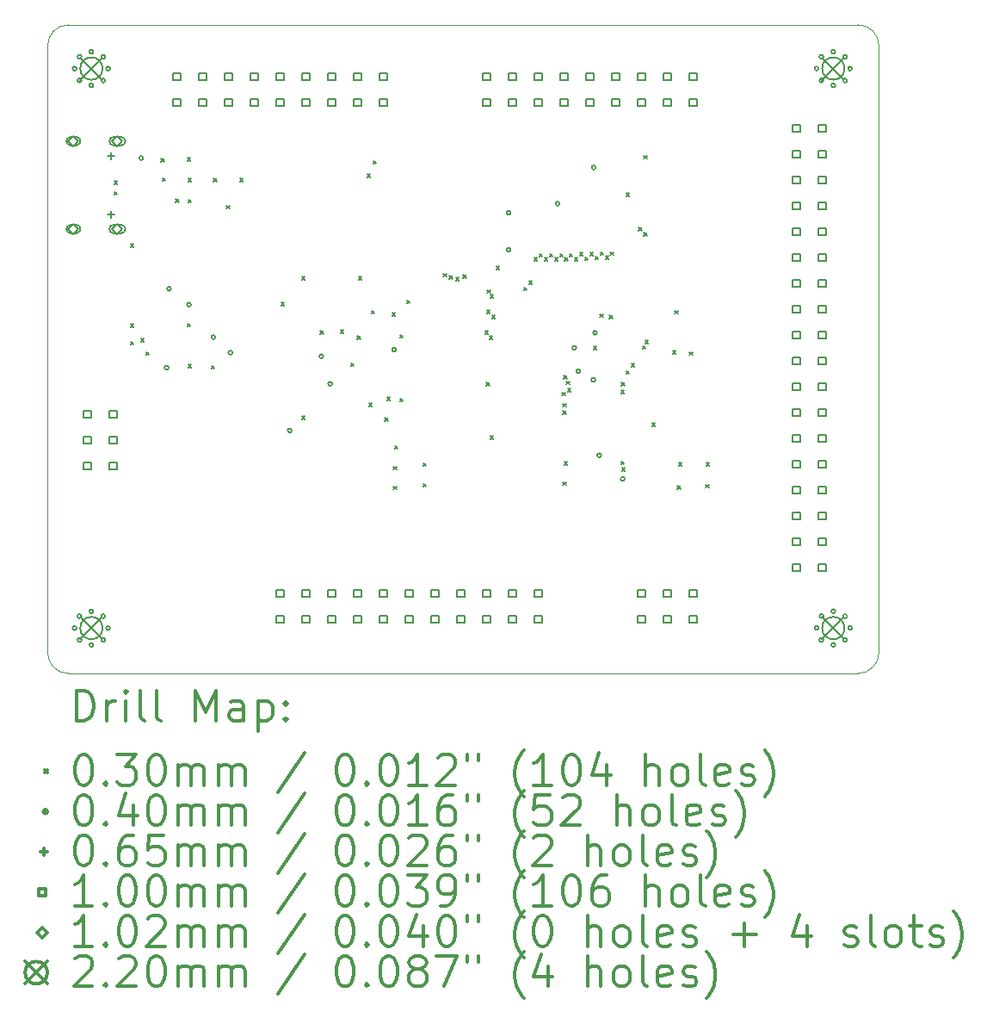
<source format=gbr>
%FSLAX45Y45*%
G04 Gerber Fmt 4.5, Leading zero omitted, Abs format (unit mm)*
G04 Created by KiCad (PCBNEW (5.1.2-1)-1) date 2020-03-21 01:38:34*
%MOMM*%
%LPD*%
G04 APERTURE LIST*
%ADD10C,0.050000*%
%ADD11C,0.200000*%
%ADD12C,0.300000*%
G04 APERTURE END LIST*
D10*
X9245600Y-1270000D02*
G75*
G02X9448800Y-1473200I0J-203200D01*
G01*
X9448800Y-7442200D02*
G75*
G02X9245600Y-7645400I-203200J0D01*
G01*
X1473200Y-7645400D02*
G75*
G02X1270000Y-7442200I0J203200D01*
G01*
X1270000Y-1473200D02*
G75*
G02X1473200Y-1270000I203200J0D01*
G01*
X9245600Y-7645400D02*
X1473200Y-7645400D01*
X9448800Y-1473200D02*
X9448800Y-7442200D01*
X1270000Y-7442200D02*
X1270000Y-1473200D01*
X1473200Y-1270000D02*
X9245600Y-1270000D01*
D11*
X1925000Y-2807850D02*
X1955000Y-2837850D01*
X1955000Y-2807850D02*
X1925000Y-2837850D01*
X1925000Y-2912900D02*
X1955000Y-2942900D01*
X1955000Y-2912900D02*
X1925000Y-2942900D01*
X2085000Y-3425000D02*
X2115000Y-3455000D01*
X2115000Y-3425000D02*
X2085000Y-3455000D01*
X2085000Y-4210000D02*
X2115000Y-4240000D01*
X2115000Y-4210000D02*
X2085000Y-4240000D01*
X2085000Y-4385000D02*
X2115000Y-4415000D01*
X2115000Y-4385000D02*
X2085000Y-4415000D01*
X2188450Y-4353800D02*
X2218450Y-4383800D01*
X2218450Y-4353800D02*
X2188450Y-4383800D01*
X2236350Y-4487150D02*
X2266350Y-4517150D01*
X2266350Y-4487150D02*
X2236350Y-4517150D01*
X2385000Y-2585000D02*
X2415000Y-2615000D01*
X2415000Y-2585000D02*
X2385000Y-2615000D01*
X2397500Y-2777500D02*
X2427500Y-2807500D01*
X2427500Y-2777500D02*
X2397500Y-2807500D01*
X2532500Y-2985000D02*
X2562500Y-3015000D01*
X2562500Y-2985000D02*
X2532500Y-3015000D01*
X2645000Y-2577500D02*
X2675000Y-2607500D01*
X2675000Y-2577500D02*
X2645000Y-2607500D01*
X2645000Y-4205000D02*
X2675000Y-4235000D01*
X2675000Y-4205000D02*
X2645000Y-4235000D01*
X2652000Y-2988550D02*
X2682000Y-3018550D01*
X2682000Y-2988550D02*
X2652000Y-3018550D01*
X2652000Y-4607800D02*
X2682000Y-4637800D01*
X2682000Y-4607800D02*
X2652000Y-4637800D01*
X2652500Y-2782500D02*
X2682500Y-2812500D01*
X2682500Y-2782500D02*
X2652500Y-2812500D01*
X2880600Y-4620500D02*
X2910600Y-4650500D01*
X2910600Y-4620500D02*
X2880600Y-4650500D01*
X2905000Y-2780000D02*
X2935000Y-2810000D01*
X2935000Y-2780000D02*
X2905000Y-2810000D01*
X3028837Y-3046337D02*
X3058837Y-3076337D01*
X3058837Y-3046337D02*
X3028837Y-3076337D01*
X3160000Y-2782500D02*
X3190000Y-2812500D01*
X3190000Y-2782500D02*
X3160000Y-2812500D01*
X3566401Y-3998200D02*
X3596401Y-4028200D01*
X3596401Y-3998200D02*
X3566401Y-4028200D01*
X3769600Y-3744200D02*
X3799600Y-3774200D01*
X3799600Y-3744200D02*
X3769600Y-3774200D01*
X3769600Y-5115800D02*
X3799600Y-5145800D01*
X3799600Y-5115800D02*
X3769600Y-5145800D01*
X3953750Y-4277600D02*
X3983750Y-4307600D01*
X3983750Y-4277600D02*
X3953750Y-4307600D01*
X4150600Y-4271250D02*
X4180600Y-4301250D01*
X4180600Y-4271250D02*
X4150600Y-4301250D01*
X4252200Y-4595100D02*
X4282200Y-4625100D01*
X4282200Y-4595100D02*
X4252200Y-4625100D01*
X4318003Y-4330703D02*
X4348003Y-4360703D01*
X4348003Y-4330703D02*
X4318003Y-4360703D01*
X4328400Y-3744200D02*
X4358400Y-3774200D01*
X4358400Y-3744200D02*
X4328400Y-3774200D01*
X4413400Y-2736600D02*
X4443400Y-2766600D01*
X4443400Y-2736600D02*
X4413400Y-2766600D01*
X4430000Y-4988800D02*
X4460000Y-5018800D01*
X4460000Y-4988800D02*
X4430000Y-5018800D01*
X4458075Y-4078075D02*
X4488075Y-4108075D01*
X4488075Y-4078075D02*
X4458075Y-4108075D01*
X4472000Y-2608000D02*
X4502000Y-2638000D01*
X4502000Y-2608000D02*
X4472000Y-2638000D01*
X4588750Y-5134850D02*
X4618750Y-5164850D01*
X4618750Y-5134850D02*
X4588750Y-5164850D01*
X4607800Y-4931650D02*
X4637800Y-4961650D01*
X4637800Y-4931650D02*
X4607800Y-4961650D01*
X4658600Y-4099800D02*
X4688600Y-4129800D01*
X4688600Y-4099800D02*
X4658600Y-4129800D01*
X4671300Y-5611100D02*
X4701300Y-5641100D01*
X4701300Y-5611100D02*
X4671300Y-5641100D01*
X4671300Y-5807950D02*
X4701300Y-5837950D01*
X4701300Y-5807950D02*
X4671300Y-5837950D01*
X4685000Y-5410000D02*
X4715000Y-5440000D01*
X4715000Y-5410000D02*
X4685000Y-5440000D01*
X4734800Y-4315700D02*
X4764800Y-4345700D01*
X4764800Y-4315700D02*
X4734800Y-4345700D01*
X4734800Y-4944350D02*
X4764800Y-4974350D01*
X4764800Y-4944350D02*
X4734800Y-4974350D01*
X4805109Y-3978691D02*
X4835109Y-4008691D01*
X4835109Y-3978691D02*
X4805109Y-4008691D01*
X4963400Y-5579350D02*
X4993400Y-5609350D01*
X4993400Y-5579350D02*
X4963400Y-5609350D01*
X4963400Y-5782550D02*
X4993400Y-5812550D01*
X4993400Y-5782550D02*
X4963400Y-5812550D01*
X5165000Y-3715000D02*
X5195000Y-3745000D01*
X5195000Y-3715000D02*
X5165000Y-3745000D01*
X5225000Y-3735000D02*
X5255000Y-3765000D01*
X5255000Y-3735000D02*
X5225000Y-3765000D01*
X5285000Y-3755000D02*
X5315000Y-3785000D01*
X5315000Y-3755000D02*
X5285000Y-3785000D01*
X5357234Y-3727234D02*
X5387234Y-3757234D01*
X5387234Y-3727234D02*
X5357234Y-3757234D01*
X5573000Y-4277600D02*
X5603000Y-4307600D01*
X5603000Y-4277600D02*
X5573000Y-4307600D01*
X5585000Y-4785000D02*
X5615000Y-4815000D01*
X5615000Y-4785000D02*
X5585000Y-4815000D01*
X5592050Y-4074400D02*
X5622050Y-4104400D01*
X5622050Y-4074400D02*
X5592050Y-4104400D01*
X5595000Y-3875000D02*
X5625000Y-3905000D01*
X5625000Y-3875000D02*
X5595000Y-3905000D01*
X5617450Y-4328400D02*
X5647450Y-4358400D01*
X5647450Y-4328400D02*
X5617450Y-4358400D01*
X5623800Y-5312650D02*
X5653800Y-5342650D01*
X5653800Y-5312650D02*
X5623800Y-5342650D01*
X5625000Y-3925000D02*
X5655000Y-3955000D01*
X5655000Y-3925000D02*
X5625000Y-3955000D01*
X5642850Y-4125200D02*
X5672850Y-4155200D01*
X5672850Y-4125200D02*
X5642850Y-4155200D01*
X5685000Y-3645000D02*
X5715000Y-3675000D01*
X5715000Y-3645000D02*
X5685000Y-3675000D01*
X5954000Y-3852150D02*
X5984000Y-3882150D01*
X5984000Y-3852150D02*
X5954000Y-3882150D01*
X6004800Y-3788650D02*
X6034800Y-3818650D01*
X6034800Y-3788650D02*
X6004800Y-3818650D01*
X6055600Y-3560050D02*
X6085600Y-3590050D01*
X6085600Y-3560050D02*
X6055600Y-3590050D01*
X6106400Y-3521950D02*
X6136400Y-3551950D01*
X6136400Y-3521950D02*
X6106400Y-3551950D01*
X6157200Y-3560050D02*
X6187200Y-3590050D01*
X6187200Y-3560050D02*
X6157200Y-3590050D01*
X6208000Y-3521950D02*
X6238000Y-3551950D01*
X6238000Y-3521950D02*
X6208000Y-3551950D01*
X6258500Y-3560050D02*
X6288500Y-3590050D01*
X6288500Y-3560050D02*
X6258500Y-3590050D01*
X6309600Y-3521950D02*
X6339600Y-3551950D01*
X6339600Y-3521950D02*
X6309600Y-3551950D01*
X6331505Y-4886158D02*
X6361505Y-4916158D01*
X6361505Y-4886158D02*
X6331505Y-4916158D01*
X6341350Y-4995150D02*
X6371350Y-5025150D01*
X6371350Y-4995150D02*
X6341350Y-5025150D01*
X6341350Y-5065000D02*
X6371350Y-5095000D01*
X6371350Y-5065000D02*
X6341350Y-5095000D01*
X6341350Y-5763500D02*
X6371350Y-5793500D01*
X6371350Y-5763500D02*
X6341350Y-5793500D01*
X6347187Y-4720330D02*
X6377187Y-4750330D01*
X6377187Y-4720330D02*
X6347187Y-4750330D01*
X6354050Y-5566650D02*
X6384050Y-5596650D01*
X6384050Y-5566650D02*
X6354050Y-5596650D01*
X6357501Y-3560050D02*
X6387501Y-3590050D01*
X6387501Y-3560050D02*
X6357501Y-3590050D01*
X6375951Y-4775750D02*
X6405951Y-4805750D01*
X6405951Y-4775750D02*
X6375951Y-4805750D01*
X6385253Y-4846604D02*
X6415253Y-4876604D01*
X6415253Y-4846604D02*
X6385253Y-4876604D01*
X6404850Y-3521950D02*
X6434850Y-3551950D01*
X6434850Y-3521950D02*
X6404850Y-3551950D01*
X6455650Y-3560050D02*
X6485650Y-3590050D01*
X6485650Y-3560050D02*
X6455650Y-3590050D01*
X6506450Y-3509250D02*
X6536450Y-3539250D01*
X6536450Y-3509250D02*
X6506450Y-3539250D01*
X6557250Y-3553700D02*
X6587250Y-3583700D01*
X6587250Y-3553700D02*
X6557250Y-3583700D01*
X6608050Y-3509250D02*
X6638050Y-3539250D01*
X6638050Y-3509250D02*
X6608050Y-3539250D01*
X6639800Y-4430000D02*
X6669800Y-4460000D01*
X6669800Y-4430000D02*
X6639800Y-4460000D01*
X6658300Y-3547350D02*
X6688300Y-3577350D01*
X6688300Y-3547350D02*
X6658300Y-3577350D01*
X6705000Y-4115000D02*
X6735000Y-4145000D01*
X6735000Y-4115000D02*
X6705000Y-4145000D01*
X6709044Y-3504955D02*
X6739044Y-3534955D01*
X6739044Y-3504955D02*
X6709044Y-3534955D01*
X6757551Y-3541000D02*
X6787551Y-3571000D01*
X6787551Y-3541000D02*
X6757551Y-3571000D01*
X6798550Y-4125200D02*
X6828550Y-4155200D01*
X6828550Y-4125200D02*
X6798550Y-4155200D01*
X6807000Y-3502900D02*
X6837000Y-3532900D01*
X6837000Y-3502900D02*
X6807000Y-3532900D01*
X6912850Y-4861800D02*
X6942850Y-4891800D01*
X6942850Y-4861800D02*
X6912850Y-4891800D01*
X6912850Y-5560300D02*
X6942850Y-5590300D01*
X6942850Y-5560300D02*
X6912850Y-5590300D01*
X6916301Y-4785600D02*
X6946301Y-4815600D01*
X6946301Y-4785600D02*
X6916301Y-4815600D01*
X6919200Y-5623800D02*
X6949200Y-5653800D01*
X6949200Y-5623800D02*
X6919200Y-5653800D01*
X6964202Y-2925050D02*
X6994202Y-2955050D01*
X6994202Y-2925050D02*
X6964202Y-2955050D01*
X6964202Y-4671300D02*
X6994202Y-4701300D01*
X6994202Y-4671300D02*
X6964202Y-4701300D01*
X7012103Y-4601450D02*
X7042103Y-4631450D01*
X7042103Y-4601450D02*
X7012103Y-4631450D01*
X7083491Y-3264500D02*
X7113491Y-3294500D01*
X7113491Y-3264500D02*
X7083491Y-3294500D01*
X7125071Y-4425885D02*
X7155071Y-4455885D01*
X7155071Y-4425885D02*
X7125071Y-4455885D01*
X7135100Y-2556750D02*
X7165100Y-2586750D01*
X7165100Y-2556750D02*
X7135100Y-2586750D01*
X7135100Y-3312400D02*
X7165100Y-3342400D01*
X7165100Y-3312400D02*
X7135100Y-3342400D01*
X7147800Y-4372850D02*
X7177800Y-4402850D01*
X7177800Y-4372850D02*
X7147800Y-4402850D01*
X7217650Y-5185650D02*
X7247650Y-5215650D01*
X7247650Y-5185650D02*
X7217650Y-5215650D01*
X7420850Y-4474450D02*
X7450850Y-4504450D01*
X7450850Y-4474450D02*
X7420850Y-4504450D01*
X7439900Y-4080750D02*
X7469900Y-4110750D01*
X7469900Y-4080750D02*
X7439900Y-4110750D01*
X7465300Y-5801600D02*
X7495300Y-5831600D01*
X7495300Y-5801600D02*
X7465300Y-5831600D01*
X7478000Y-5573000D02*
X7508000Y-5603000D01*
X7508000Y-5573000D02*
X7478000Y-5603000D01*
X7585000Y-4485000D02*
X7615000Y-4515000D01*
X7615000Y-4485000D02*
X7585000Y-4515000D01*
X7744700Y-5788900D02*
X7774700Y-5818900D01*
X7774700Y-5788900D02*
X7744700Y-5818900D01*
X7751050Y-5573000D02*
X7781050Y-5603000D01*
X7781050Y-5573000D02*
X7751050Y-5603000D01*
X2210000Y-2580000D02*
G75*
G03X2210000Y-2580000I-20000J0D01*
G01*
X2460000Y-4640000D02*
G75*
G03X2460000Y-4640000I-20000J0D01*
G01*
X2484075Y-3864075D02*
G75*
G03X2484075Y-3864075I-20000J0D01*
G01*
X2680000Y-4020000D02*
G75*
G03X2680000Y-4020000I-20000J0D01*
G01*
X2920000Y-4340000D02*
G75*
G03X2920000Y-4340000I-20000J0D01*
G01*
X3087199Y-4492801D02*
G75*
G03X3087199Y-4492801I-20000J0D01*
G01*
X3671250Y-5257800D02*
G75*
G03X3671250Y-5257800I-20000J0D01*
G01*
X3982400Y-4529301D02*
G75*
G03X3982400Y-4529301I-20000J0D01*
G01*
X4070000Y-4800000D02*
G75*
G03X4070000Y-4800000I-20000J0D01*
G01*
X4699950Y-4464050D02*
G75*
G03X4699950Y-4464050I-20000J0D01*
G01*
X5823900Y-3117850D02*
G75*
G03X5823900Y-3117850I-20000J0D01*
G01*
X5823900Y-3479800D02*
G75*
G03X5823900Y-3479800I-20000J0D01*
G01*
X6306500Y-3028950D02*
G75*
G03X6306500Y-3028950I-20000J0D01*
G01*
X6471600Y-4445000D02*
G75*
G03X6471600Y-4445000I-20000J0D01*
G01*
X6509700Y-4673600D02*
G75*
G03X6509700Y-4673600I-20000J0D01*
G01*
X6660001Y-4760000D02*
G75*
G03X6660001Y-4760000I-20000J0D01*
G01*
X6662100Y-2673350D02*
G75*
G03X6662100Y-2673350I-20000J0D01*
G01*
X6675700Y-4298050D02*
G75*
G03X6675700Y-4298050I-20000J0D01*
G01*
X6716000Y-5502000D02*
G75*
G03X6716000Y-5502000I-20000J0D01*
G01*
X6947850Y-5734050D02*
G75*
G03X6947850Y-5734050I-20000J0D01*
G01*
X8855000Y-7200000D02*
G75*
G03X8855000Y-7200000I-20000J0D01*
G01*
X8903327Y-7083327D02*
G75*
G03X8903327Y-7083327I-20000J0D01*
G01*
X8903327Y-7316673D02*
G75*
G03X8903327Y-7316673I-20000J0D01*
G01*
X9020000Y-7035000D02*
G75*
G03X9020000Y-7035000I-20000J0D01*
G01*
X9020000Y-7365000D02*
G75*
G03X9020000Y-7365000I-20000J0D01*
G01*
X9136673Y-7083327D02*
G75*
G03X9136673Y-7083327I-20000J0D01*
G01*
X9136673Y-7316673D02*
G75*
G03X9136673Y-7316673I-20000J0D01*
G01*
X9185000Y-7200000D02*
G75*
G03X9185000Y-7200000I-20000J0D01*
G01*
X1555000Y-7200000D02*
G75*
G03X1555000Y-7200000I-20000J0D01*
G01*
X1603327Y-7083327D02*
G75*
G03X1603327Y-7083327I-20000J0D01*
G01*
X1603327Y-7316673D02*
G75*
G03X1603327Y-7316673I-20000J0D01*
G01*
X1720000Y-7035000D02*
G75*
G03X1720000Y-7035000I-20000J0D01*
G01*
X1720000Y-7365000D02*
G75*
G03X1720000Y-7365000I-20000J0D01*
G01*
X1836673Y-7083327D02*
G75*
G03X1836673Y-7083327I-20000J0D01*
G01*
X1836673Y-7316673D02*
G75*
G03X1836673Y-7316673I-20000J0D01*
G01*
X1885000Y-7200000D02*
G75*
G03X1885000Y-7200000I-20000J0D01*
G01*
X1555000Y-1700000D02*
G75*
G03X1555000Y-1700000I-20000J0D01*
G01*
X1603327Y-1583327D02*
G75*
G03X1603327Y-1583327I-20000J0D01*
G01*
X1603327Y-1816673D02*
G75*
G03X1603327Y-1816673I-20000J0D01*
G01*
X1720000Y-1535000D02*
G75*
G03X1720000Y-1535000I-20000J0D01*
G01*
X1720000Y-1865000D02*
G75*
G03X1720000Y-1865000I-20000J0D01*
G01*
X1836673Y-1583327D02*
G75*
G03X1836673Y-1583327I-20000J0D01*
G01*
X1836673Y-1816673D02*
G75*
G03X1836673Y-1816673I-20000J0D01*
G01*
X1885000Y-1700000D02*
G75*
G03X1885000Y-1700000I-20000J0D01*
G01*
X8855000Y-1700000D02*
G75*
G03X8855000Y-1700000I-20000J0D01*
G01*
X8903327Y-1583327D02*
G75*
G03X8903327Y-1583327I-20000J0D01*
G01*
X8903327Y-1816673D02*
G75*
G03X8903327Y-1816673I-20000J0D01*
G01*
X9020000Y-1535000D02*
G75*
G03X9020000Y-1535000I-20000J0D01*
G01*
X9020000Y-1865000D02*
G75*
G03X9020000Y-1865000I-20000J0D01*
G01*
X9136673Y-1583327D02*
G75*
G03X9136673Y-1583327I-20000J0D01*
G01*
X9136673Y-1816673D02*
G75*
G03X9136673Y-1816673I-20000J0D01*
G01*
X9185000Y-1700000D02*
G75*
G03X9185000Y-1700000I-20000J0D01*
G01*
X1895000Y-2523500D02*
X1895000Y-2588500D01*
X1862500Y-2556000D02*
X1927500Y-2556000D01*
X1895000Y-3100500D02*
X1895000Y-3165500D01*
X1862500Y-3133000D02*
X1927500Y-3133000D01*
X5623356Y-1813356D02*
X5623356Y-1742644D01*
X5552644Y-1742644D01*
X5552644Y-1813356D01*
X5623356Y-1813356D01*
X5623356Y-2067356D02*
X5623356Y-1996644D01*
X5552644Y-1996644D01*
X5552644Y-2067356D01*
X5623356Y-2067356D01*
X5877356Y-1813356D02*
X5877356Y-1742644D01*
X5806644Y-1742644D01*
X5806644Y-1813356D01*
X5877356Y-1813356D01*
X5877356Y-2067356D02*
X5877356Y-1996644D01*
X5806644Y-1996644D01*
X5806644Y-2067356D01*
X5877356Y-2067356D01*
X6131356Y-1813356D02*
X6131356Y-1742644D01*
X6060644Y-1742644D01*
X6060644Y-1813356D01*
X6131356Y-1813356D01*
X6131356Y-2067356D02*
X6131356Y-1996644D01*
X6060644Y-1996644D01*
X6060644Y-2067356D01*
X6131356Y-2067356D01*
X6385356Y-1813356D02*
X6385356Y-1742644D01*
X6314644Y-1742644D01*
X6314644Y-1813356D01*
X6385356Y-1813356D01*
X6385356Y-2067356D02*
X6385356Y-1996644D01*
X6314644Y-1996644D01*
X6314644Y-2067356D01*
X6385356Y-2067356D01*
X6639356Y-1813356D02*
X6639356Y-1742644D01*
X6568644Y-1742644D01*
X6568644Y-1813356D01*
X6639356Y-1813356D01*
X6639356Y-2067356D02*
X6639356Y-1996644D01*
X6568644Y-1996644D01*
X6568644Y-2067356D01*
X6639356Y-2067356D01*
X6893356Y-1813356D02*
X6893356Y-1742644D01*
X6822644Y-1742644D01*
X6822644Y-1813356D01*
X6893356Y-1813356D01*
X6893356Y-2067356D02*
X6893356Y-1996644D01*
X6822644Y-1996644D01*
X6822644Y-2067356D01*
X6893356Y-2067356D01*
X7147356Y-1813356D02*
X7147356Y-1742644D01*
X7076644Y-1742644D01*
X7076644Y-1813356D01*
X7147356Y-1813356D01*
X7147356Y-2067356D02*
X7147356Y-1996644D01*
X7076644Y-1996644D01*
X7076644Y-2067356D01*
X7147356Y-2067356D01*
X7401356Y-1813356D02*
X7401356Y-1742644D01*
X7330644Y-1742644D01*
X7330644Y-1813356D01*
X7401356Y-1813356D01*
X7401356Y-2067356D02*
X7401356Y-1996644D01*
X7330644Y-1996644D01*
X7330644Y-2067356D01*
X7401356Y-2067356D01*
X7655356Y-1813356D02*
X7655356Y-1742644D01*
X7584644Y-1742644D01*
X7584644Y-1813356D01*
X7655356Y-1813356D01*
X7655356Y-2067356D02*
X7655356Y-1996644D01*
X7584644Y-1996644D01*
X7584644Y-2067356D01*
X7655356Y-2067356D01*
X1695356Y-5131356D02*
X1695356Y-5060644D01*
X1624644Y-5060644D01*
X1624644Y-5131356D01*
X1695356Y-5131356D01*
X1695356Y-5385356D02*
X1695356Y-5314644D01*
X1624644Y-5314644D01*
X1624644Y-5385356D01*
X1695356Y-5385356D01*
X1695356Y-5639356D02*
X1695356Y-5568644D01*
X1624644Y-5568644D01*
X1624644Y-5639356D01*
X1695356Y-5639356D01*
X1949356Y-5131356D02*
X1949356Y-5060644D01*
X1878644Y-5060644D01*
X1878644Y-5131356D01*
X1949356Y-5131356D01*
X1949356Y-5385356D02*
X1949356Y-5314644D01*
X1878644Y-5314644D01*
X1878644Y-5385356D01*
X1949356Y-5385356D01*
X1949356Y-5639356D02*
X1949356Y-5568644D01*
X1878644Y-5568644D01*
X1878644Y-5639356D01*
X1949356Y-5639356D01*
X8671356Y-2321356D02*
X8671356Y-2250644D01*
X8600644Y-2250644D01*
X8600644Y-2321356D01*
X8671356Y-2321356D01*
X8671356Y-2575356D02*
X8671356Y-2504644D01*
X8600644Y-2504644D01*
X8600644Y-2575356D01*
X8671356Y-2575356D01*
X8671356Y-2829356D02*
X8671356Y-2758644D01*
X8600644Y-2758644D01*
X8600644Y-2829356D01*
X8671356Y-2829356D01*
X8671356Y-3083356D02*
X8671356Y-3012644D01*
X8600644Y-3012644D01*
X8600644Y-3083356D01*
X8671356Y-3083356D01*
X8671356Y-3337356D02*
X8671356Y-3266644D01*
X8600644Y-3266644D01*
X8600644Y-3337356D01*
X8671356Y-3337356D01*
X8671356Y-3591356D02*
X8671356Y-3520644D01*
X8600644Y-3520644D01*
X8600644Y-3591356D01*
X8671356Y-3591356D01*
X8671356Y-3845356D02*
X8671356Y-3774644D01*
X8600644Y-3774644D01*
X8600644Y-3845356D01*
X8671356Y-3845356D01*
X8671356Y-4099356D02*
X8671356Y-4028644D01*
X8600644Y-4028644D01*
X8600644Y-4099356D01*
X8671356Y-4099356D01*
X8671356Y-4353356D02*
X8671356Y-4282644D01*
X8600644Y-4282644D01*
X8600644Y-4353356D01*
X8671356Y-4353356D01*
X8671356Y-4607356D02*
X8671356Y-4536644D01*
X8600644Y-4536644D01*
X8600644Y-4607356D01*
X8671356Y-4607356D01*
X8671356Y-4861356D02*
X8671356Y-4790644D01*
X8600644Y-4790644D01*
X8600644Y-4861356D01*
X8671356Y-4861356D01*
X8671356Y-5115356D02*
X8671356Y-5044644D01*
X8600644Y-5044644D01*
X8600644Y-5115356D01*
X8671356Y-5115356D01*
X8671356Y-5369356D02*
X8671356Y-5298644D01*
X8600644Y-5298644D01*
X8600644Y-5369356D01*
X8671356Y-5369356D01*
X8671356Y-5623356D02*
X8671356Y-5552644D01*
X8600644Y-5552644D01*
X8600644Y-5623356D01*
X8671356Y-5623356D01*
X8671356Y-5877356D02*
X8671356Y-5806644D01*
X8600644Y-5806644D01*
X8600644Y-5877356D01*
X8671356Y-5877356D01*
X8671356Y-6131356D02*
X8671356Y-6060644D01*
X8600644Y-6060644D01*
X8600644Y-6131356D01*
X8671356Y-6131356D01*
X8671356Y-6385356D02*
X8671356Y-6314644D01*
X8600644Y-6314644D01*
X8600644Y-6385356D01*
X8671356Y-6385356D01*
X8671356Y-6639356D02*
X8671356Y-6568644D01*
X8600644Y-6568644D01*
X8600644Y-6639356D01*
X8671356Y-6639356D01*
X8925356Y-2321356D02*
X8925356Y-2250644D01*
X8854644Y-2250644D01*
X8854644Y-2321356D01*
X8925356Y-2321356D01*
X8925356Y-2575356D02*
X8925356Y-2504644D01*
X8854644Y-2504644D01*
X8854644Y-2575356D01*
X8925356Y-2575356D01*
X8925356Y-2829356D02*
X8925356Y-2758644D01*
X8854644Y-2758644D01*
X8854644Y-2829356D01*
X8925356Y-2829356D01*
X8925356Y-3083356D02*
X8925356Y-3012644D01*
X8854644Y-3012644D01*
X8854644Y-3083356D01*
X8925356Y-3083356D01*
X8925356Y-3337356D02*
X8925356Y-3266644D01*
X8854644Y-3266644D01*
X8854644Y-3337356D01*
X8925356Y-3337356D01*
X8925356Y-3591356D02*
X8925356Y-3520644D01*
X8854644Y-3520644D01*
X8854644Y-3591356D01*
X8925356Y-3591356D01*
X8925356Y-3845356D02*
X8925356Y-3774644D01*
X8854644Y-3774644D01*
X8854644Y-3845356D01*
X8925356Y-3845356D01*
X8925356Y-4099356D02*
X8925356Y-4028644D01*
X8854644Y-4028644D01*
X8854644Y-4099356D01*
X8925356Y-4099356D01*
X8925356Y-4353356D02*
X8925356Y-4282644D01*
X8854644Y-4282644D01*
X8854644Y-4353356D01*
X8925356Y-4353356D01*
X8925356Y-4607356D02*
X8925356Y-4536644D01*
X8854644Y-4536644D01*
X8854644Y-4607356D01*
X8925356Y-4607356D01*
X8925356Y-4861356D02*
X8925356Y-4790644D01*
X8854644Y-4790644D01*
X8854644Y-4861356D01*
X8925356Y-4861356D01*
X8925356Y-5115356D02*
X8925356Y-5044644D01*
X8854644Y-5044644D01*
X8854644Y-5115356D01*
X8925356Y-5115356D01*
X8925356Y-5369356D02*
X8925356Y-5298644D01*
X8854644Y-5298644D01*
X8854644Y-5369356D01*
X8925356Y-5369356D01*
X8925356Y-5623356D02*
X8925356Y-5552644D01*
X8854644Y-5552644D01*
X8854644Y-5623356D01*
X8925356Y-5623356D01*
X8925356Y-5877356D02*
X8925356Y-5806644D01*
X8854644Y-5806644D01*
X8854644Y-5877356D01*
X8925356Y-5877356D01*
X8925356Y-6131356D02*
X8925356Y-6060644D01*
X8854644Y-6060644D01*
X8854644Y-6131356D01*
X8925356Y-6131356D01*
X8925356Y-6385356D02*
X8925356Y-6314644D01*
X8854644Y-6314644D01*
X8854644Y-6385356D01*
X8925356Y-6385356D01*
X8925356Y-6639356D02*
X8925356Y-6568644D01*
X8854644Y-6568644D01*
X8854644Y-6639356D01*
X8925356Y-6639356D01*
X3591356Y-6893356D02*
X3591356Y-6822644D01*
X3520644Y-6822644D01*
X3520644Y-6893356D01*
X3591356Y-6893356D01*
X3591356Y-7147356D02*
X3591356Y-7076644D01*
X3520644Y-7076644D01*
X3520644Y-7147356D01*
X3591356Y-7147356D01*
X3845356Y-6893356D02*
X3845356Y-6822644D01*
X3774644Y-6822644D01*
X3774644Y-6893356D01*
X3845356Y-6893356D01*
X3845356Y-7147356D02*
X3845356Y-7076644D01*
X3774644Y-7076644D01*
X3774644Y-7147356D01*
X3845356Y-7147356D01*
X4099356Y-6893356D02*
X4099356Y-6822644D01*
X4028644Y-6822644D01*
X4028644Y-6893356D01*
X4099356Y-6893356D01*
X4099356Y-7147356D02*
X4099356Y-7076644D01*
X4028644Y-7076644D01*
X4028644Y-7147356D01*
X4099356Y-7147356D01*
X4353356Y-6893356D02*
X4353356Y-6822644D01*
X4282644Y-6822644D01*
X4282644Y-6893356D01*
X4353356Y-6893356D01*
X4353356Y-7147356D02*
X4353356Y-7076644D01*
X4282644Y-7076644D01*
X4282644Y-7147356D01*
X4353356Y-7147356D01*
X4607356Y-6893356D02*
X4607356Y-6822644D01*
X4536644Y-6822644D01*
X4536644Y-6893356D01*
X4607356Y-6893356D01*
X4607356Y-7147356D02*
X4607356Y-7076644D01*
X4536644Y-7076644D01*
X4536644Y-7147356D01*
X4607356Y-7147356D01*
X4861356Y-6893356D02*
X4861356Y-6822644D01*
X4790644Y-6822644D01*
X4790644Y-6893356D01*
X4861356Y-6893356D01*
X4861356Y-7147356D02*
X4861356Y-7076644D01*
X4790644Y-7076644D01*
X4790644Y-7147356D01*
X4861356Y-7147356D01*
X5115356Y-6893356D02*
X5115356Y-6822644D01*
X5044644Y-6822644D01*
X5044644Y-6893356D01*
X5115356Y-6893356D01*
X5115356Y-7147356D02*
X5115356Y-7076644D01*
X5044644Y-7076644D01*
X5044644Y-7147356D01*
X5115356Y-7147356D01*
X5369356Y-6893356D02*
X5369356Y-6822644D01*
X5298644Y-6822644D01*
X5298644Y-6893356D01*
X5369356Y-6893356D01*
X5369356Y-7147356D02*
X5369356Y-7076644D01*
X5298644Y-7076644D01*
X5298644Y-7147356D01*
X5369356Y-7147356D01*
X5623356Y-6893356D02*
X5623356Y-6822644D01*
X5552644Y-6822644D01*
X5552644Y-6893356D01*
X5623356Y-6893356D01*
X5623356Y-7147356D02*
X5623356Y-7076644D01*
X5552644Y-7076644D01*
X5552644Y-7147356D01*
X5623356Y-7147356D01*
X5877356Y-6893356D02*
X5877356Y-6822644D01*
X5806644Y-6822644D01*
X5806644Y-6893356D01*
X5877356Y-6893356D01*
X5877356Y-7147356D02*
X5877356Y-7076644D01*
X5806644Y-7076644D01*
X5806644Y-7147356D01*
X5877356Y-7147356D01*
X6131356Y-6893356D02*
X6131356Y-6822644D01*
X6060644Y-6822644D01*
X6060644Y-6893356D01*
X6131356Y-6893356D01*
X6131356Y-7147356D02*
X6131356Y-7076644D01*
X6060644Y-7076644D01*
X6060644Y-7147356D01*
X6131356Y-7147356D01*
X2575356Y-1813356D02*
X2575356Y-1742644D01*
X2504644Y-1742644D01*
X2504644Y-1813356D01*
X2575356Y-1813356D01*
X2575356Y-2067356D02*
X2575356Y-1996644D01*
X2504644Y-1996644D01*
X2504644Y-2067356D01*
X2575356Y-2067356D01*
X2829356Y-1813356D02*
X2829356Y-1742644D01*
X2758644Y-1742644D01*
X2758644Y-1813356D01*
X2829356Y-1813356D01*
X2829356Y-2067356D02*
X2829356Y-1996644D01*
X2758644Y-1996644D01*
X2758644Y-2067356D01*
X2829356Y-2067356D01*
X3083356Y-1813356D02*
X3083356Y-1742644D01*
X3012644Y-1742644D01*
X3012644Y-1813356D01*
X3083356Y-1813356D01*
X3083356Y-2067356D02*
X3083356Y-1996644D01*
X3012644Y-1996644D01*
X3012644Y-2067356D01*
X3083356Y-2067356D01*
X3337356Y-1813356D02*
X3337356Y-1742644D01*
X3266644Y-1742644D01*
X3266644Y-1813356D01*
X3337356Y-1813356D01*
X3337356Y-2067356D02*
X3337356Y-1996644D01*
X3266644Y-1996644D01*
X3266644Y-2067356D01*
X3337356Y-2067356D01*
X3591356Y-1813356D02*
X3591356Y-1742644D01*
X3520644Y-1742644D01*
X3520644Y-1813356D01*
X3591356Y-1813356D01*
X3591356Y-2067356D02*
X3591356Y-1996644D01*
X3520644Y-1996644D01*
X3520644Y-2067356D01*
X3591356Y-2067356D01*
X3845356Y-1813356D02*
X3845356Y-1742644D01*
X3774644Y-1742644D01*
X3774644Y-1813356D01*
X3845356Y-1813356D01*
X3845356Y-2067356D02*
X3845356Y-1996644D01*
X3774644Y-1996644D01*
X3774644Y-2067356D01*
X3845356Y-2067356D01*
X4099356Y-1813356D02*
X4099356Y-1742644D01*
X4028644Y-1742644D01*
X4028644Y-1813356D01*
X4099356Y-1813356D01*
X4099356Y-2067356D02*
X4099356Y-1996644D01*
X4028644Y-1996644D01*
X4028644Y-2067356D01*
X4099356Y-2067356D01*
X4353356Y-1813356D02*
X4353356Y-1742644D01*
X4282644Y-1742644D01*
X4282644Y-1813356D01*
X4353356Y-1813356D01*
X4353356Y-2067356D02*
X4353356Y-1996644D01*
X4282644Y-1996644D01*
X4282644Y-2067356D01*
X4353356Y-2067356D01*
X4607356Y-1813356D02*
X4607356Y-1742644D01*
X4536644Y-1742644D01*
X4536644Y-1813356D01*
X4607356Y-1813356D01*
X4607356Y-2067356D02*
X4607356Y-1996644D01*
X4536644Y-1996644D01*
X4536644Y-2067356D01*
X4607356Y-2067356D01*
X7147356Y-6893356D02*
X7147356Y-6822644D01*
X7076644Y-6822644D01*
X7076644Y-6893356D01*
X7147356Y-6893356D01*
X7147356Y-7147356D02*
X7147356Y-7076644D01*
X7076644Y-7076644D01*
X7076644Y-7147356D01*
X7147356Y-7147356D01*
X7401356Y-6893356D02*
X7401356Y-6822644D01*
X7330644Y-6822644D01*
X7330644Y-6893356D01*
X7401356Y-6893356D01*
X7401356Y-7147356D02*
X7401356Y-7076644D01*
X7330644Y-7076644D01*
X7330644Y-7147356D01*
X7401356Y-7147356D01*
X7655356Y-6893356D02*
X7655356Y-6822644D01*
X7584644Y-6822644D01*
X7584644Y-6893356D01*
X7655356Y-6893356D01*
X7655356Y-7147356D02*
X7655356Y-7076644D01*
X7584644Y-7076644D01*
X7584644Y-7147356D01*
X7655356Y-7147356D01*
X1524000Y-2463800D02*
X1574800Y-2413000D01*
X1524000Y-2362200D01*
X1473200Y-2413000D01*
X1524000Y-2463800D01*
X1551940Y-2372200D02*
X1496060Y-2372200D01*
X1551940Y-2453800D02*
X1496060Y-2453800D01*
X1496060Y-2372200D02*
G75*
G03X1496060Y-2453800I0J-40800D01*
G01*
X1551940Y-2453800D02*
G75*
G03X1551940Y-2372200I0J40800D01*
G01*
X1524000Y-3327400D02*
X1574800Y-3276600D01*
X1524000Y-3225800D01*
X1473200Y-3276600D01*
X1524000Y-3327400D01*
X1551940Y-3235800D02*
X1496060Y-3235800D01*
X1551940Y-3317400D02*
X1496060Y-3317400D01*
X1496060Y-3235800D02*
G75*
G03X1496060Y-3317400I0J-40800D01*
G01*
X1551940Y-3317400D02*
G75*
G03X1551940Y-3235800I0J40800D01*
G01*
X1955800Y-2463800D02*
X2006600Y-2413000D01*
X1955800Y-2362200D01*
X1905000Y-2413000D01*
X1955800Y-2463800D01*
X1993900Y-2372200D02*
X1917700Y-2372200D01*
X1993900Y-2453800D02*
X1917700Y-2453800D01*
X1917700Y-2372200D02*
G75*
G03X1917700Y-2453800I0J-40800D01*
G01*
X1993900Y-2453800D02*
G75*
G03X1993900Y-2372200I0J40800D01*
G01*
X1955800Y-3327400D02*
X2006600Y-3276600D01*
X1955800Y-3225800D01*
X1905000Y-3276600D01*
X1955800Y-3327400D01*
X1993900Y-3235800D02*
X1917700Y-3235800D01*
X1993900Y-3317400D02*
X1917700Y-3317400D01*
X1917700Y-3235800D02*
G75*
G03X1917700Y-3317400I0J-40800D01*
G01*
X1993900Y-3317400D02*
G75*
G03X1993900Y-3235800I0J40800D01*
G01*
X1590000Y-7090000D02*
X1810000Y-7310000D01*
X1810000Y-7090000D02*
X1590000Y-7310000D01*
X1810000Y-7200000D02*
G75*
G03X1810000Y-7200000I-110000J0D01*
G01*
X1590000Y-1590000D02*
X1810000Y-1810000D01*
X1810000Y-1590000D02*
X1590000Y-1810000D01*
X1810000Y-1700000D02*
G75*
G03X1810000Y-1700000I-110000J0D01*
G01*
X8890000Y-1590000D02*
X9110000Y-1810000D01*
X9110000Y-1590000D02*
X8890000Y-1810000D01*
X9110000Y-1700000D02*
G75*
G03X9110000Y-1700000I-110000J0D01*
G01*
X8890000Y-7090000D02*
X9110000Y-7310000D01*
X9110000Y-7090000D02*
X8890000Y-7310000D01*
X9110000Y-7200000D02*
G75*
G03X9110000Y-7200000I-110000J0D01*
G01*
D12*
X1553928Y-8113614D02*
X1553928Y-7813614D01*
X1625357Y-7813614D01*
X1668214Y-7827900D01*
X1696786Y-7856471D01*
X1711071Y-7885043D01*
X1725357Y-7942186D01*
X1725357Y-7985043D01*
X1711071Y-8042186D01*
X1696786Y-8070757D01*
X1668214Y-8099329D01*
X1625357Y-8113614D01*
X1553928Y-8113614D01*
X1853928Y-8113614D02*
X1853928Y-7913614D01*
X1853928Y-7970757D02*
X1868214Y-7942186D01*
X1882500Y-7927900D01*
X1911071Y-7913614D01*
X1939643Y-7913614D01*
X2039643Y-8113614D02*
X2039643Y-7913614D01*
X2039643Y-7813614D02*
X2025357Y-7827900D01*
X2039643Y-7842186D01*
X2053928Y-7827900D01*
X2039643Y-7813614D01*
X2039643Y-7842186D01*
X2225357Y-8113614D02*
X2196786Y-8099329D01*
X2182500Y-8070757D01*
X2182500Y-7813614D01*
X2382500Y-8113614D02*
X2353928Y-8099329D01*
X2339643Y-8070757D01*
X2339643Y-7813614D01*
X2725357Y-8113614D02*
X2725357Y-7813614D01*
X2825357Y-8027900D01*
X2925357Y-7813614D01*
X2925357Y-8113614D01*
X3196786Y-8113614D02*
X3196786Y-7956471D01*
X3182500Y-7927900D01*
X3153928Y-7913614D01*
X3096786Y-7913614D01*
X3068214Y-7927900D01*
X3196786Y-8099329D02*
X3168214Y-8113614D01*
X3096786Y-8113614D01*
X3068214Y-8099329D01*
X3053928Y-8070757D01*
X3053928Y-8042186D01*
X3068214Y-8013614D01*
X3096786Y-7999329D01*
X3168214Y-7999329D01*
X3196786Y-7985043D01*
X3339643Y-7913614D02*
X3339643Y-8213614D01*
X3339643Y-7927900D02*
X3368214Y-7913614D01*
X3425357Y-7913614D01*
X3453928Y-7927900D01*
X3468214Y-7942186D01*
X3482500Y-7970757D01*
X3482500Y-8056471D01*
X3468214Y-8085043D01*
X3453928Y-8099329D01*
X3425357Y-8113614D01*
X3368214Y-8113614D01*
X3339643Y-8099329D01*
X3611071Y-8085043D02*
X3625357Y-8099329D01*
X3611071Y-8113614D01*
X3596786Y-8099329D01*
X3611071Y-8085043D01*
X3611071Y-8113614D01*
X3611071Y-7927900D02*
X3625357Y-7942186D01*
X3611071Y-7956471D01*
X3596786Y-7942186D01*
X3611071Y-7927900D01*
X3611071Y-7956471D01*
X1237500Y-8592900D02*
X1267500Y-8622900D01*
X1267500Y-8592900D02*
X1237500Y-8622900D01*
X1611071Y-8443614D02*
X1639643Y-8443614D01*
X1668214Y-8457900D01*
X1682500Y-8472186D01*
X1696786Y-8500757D01*
X1711071Y-8557900D01*
X1711071Y-8629329D01*
X1696786Y-8686472D01*
X1682500Y-8715043D01*
X1668214Y-8729329D01*
X1639643Y-8743614D01*
X1611071Y-8743614D01*
X1582500Y-8729329D01*
X1568214Y-8715043D01*
X1553928Y-8686472D01*
X1539643Y-8629329D01*
X1539643Y-8557900D01*
X1553928Y-8500757D01*
X1568214Y-8472186D01*
X1582500Y-8457900D01*
X1611071Y-8443614D01*
X1839643Y-8715043D02*
X1853928Y-8729329D01*
X1839643Y-8743614D01*
X1825357Y-8729329D01*
X1839643Y-8715043D01*
X1839643Y-8743614D01*
X1953928Y-8443614D02*
X2139643Y-8443614D01*
X2039643Y-8557900D01*
X2082500Y-8557900D01*
X2111071Y-8572186D01*
X2125357Y-8586472D01*
X2139643Y-8615043D01*
X2139643Y-8686472D01*
X2125357Y-8715043D01*
X2111071Y-8729329D01*
X2082500Y-8743614D01*
X1996786Y-8743614D01*
X1968214Y-8729329D01*
X1953928Y-8715043D01*
X2325357Y-8443614D02*
X2353928Y-8443614D01*
X2382500Y-8457900D01*
X2396786Y-8472186D01*
X2411071Y-8500757D01*
X2425357Y-8557900D01*
X2425357Y-8629329D01*
X2411071Y-8686472D01*
X2396786Y-8715043D01*
X2382500Y-8729329D01*
X2353928Y-8743614D01*
X2325357Y-8743614D01*
X2296786Y-8729329D01*
X2282500Y-8715043D01*
X2268214Y-8686472D01*
X2253928Y-8629329D01*
X2253928Y-8557900D01*
X2268214Y-8500757D01*
X2282500Y-8472186D01*
X2296786Y-8457900D01*
X2325357Y-8443614D01*
X2553928Y-8743614D02*
X2553928Y-8543614D01*
X2553928Y-8572186D02*
X2568214Y-8557900D01*
X2596786Y-8543614D01*
X2639643Y-8543614D01*
X2668214Y-8557900D01*
X2682500Y-8586472D01*
X2682500Y-8743614D01*
X2682500Y-8586472D02*
X2696786Y-8557900D01*
X2725357Y-8543614D01*
X2768214Y-8543614D01*
X2796786Y-8557900D01*
X2811071Y-8586472D01*
X2811071Y-8743614D01*
X2953928Y-8743614D02*
X2953928Y-8543614D01*
X2953928Y-8572186D02*
X2968214Y-8557900D01*
X2996786Y-8543614D01*
X3039643Y-8543614D01*
X3068214Y-8557900D01*
X3082500Y-8586472D01*
X3082500Y-8743614D01*
X3082500Y-8586472D02*
X3096786Y-8557900D01*
X3125357Y-8543614D01*
X3168214Y-8543614D01*
X3196786Y-8557900D01*
X3211071Y-8586472D01*
X3211071Y-8743614D01*
X3796786Y-8429329D02*
X3539643Y-8815043D01*
X4182500Y-8443614D02*
X4211071Y-8443614D01*
X4239643Y-8457900D01*
X4253928Y-8472186D01*
X4268214Y-8500757D01*
X4282500Y-8557900D01*
X4282500Y-8629329D01*
X4268214Y-8686472D01*
X4253928Y-8715043D01*
X4239643Y-8729329D01*
X4211071Y-8743614D01*
X4182500Y-8743614D01*
X4153928Y-8729329D01*
X4139643Y-8715043D01*
X4125357Y-8686472D01*
X4111071Y-8629329D01*
X4111071Y-8557900D01*
X4125357Y-8500757D01*
X4139643Y-8472186D01*
X4153928Y-8457900D01*
X4182500Y-8443614D01*
X4411071Y-8715043D02*
X4425357Y-8729329D01*
X4411071Y-8743614D01*
X4396786Y-8729329D01*
X4411071Y-8715043D01*
X4411071Y-8743614D01*
X4611071Y-8443614D02*
X4639643Y-8443614D01*
X4668214Y-8457900D01*
X4682500Y-8472186D01*
X4696786Y-8500757D01*
X4711071Y-8557900D01*
X4711071Y-8629329D01*
X4696786Y-8686472D01*
X4682500Y-8715043D01*
X4668214Y-8729329D01*
X4639643Y-8743614D01*
X4611071Y-8743614D01*
X4582500Y-8729329D01*
X4568214Y-8715043D01*
X4553928Y-8686472D01*
X4539643Y-8629329D01*
X4539643Y-8557900D01*
X4553928Y-8500757D01*
X4568214Y-8472186D01*
X4582500Y-8457900D01*
X4611071Y-8443614D01*
X4996786Y-8743614D02*
X4825357Y-8743614D01*
X4911071Y-8743614D02*
X4911071Y-8443614D01*
X4882500Y-8486472D01*
X4853928Y-8515043D01*
X4825357Y-8529329D01*
X5111071Y-8472186D02*
X5125357Y-8457900D01*
X5153928Y-8443614D01*
X5225357Y-8443614D01*
X5253928Y-8457900D01*
X5268214Y-8472186D01*
X5282500Y-8500757D01*
X5282500Y-8529329D01*
X5268214Y-8572186D01*
X5096786Y-8743614D01*
X5282500Y-8743614D01*
X5396786Y-8443614D02*
X5396786Y-8500757D01*
X5511071Y-8443614D02*
X5511071Y-8500757D01*
X5953928Y-8857900D02*
X5939643Y-8843614D01*
X5911071Y-8800757D01*
X5896786Y-8772186D01*
X5882500Y-8729329D01*
X5868214Y-8657900D01*
X5868214Y-8600757D01*
X5882500Y-8529329D01*
X5896786Y-8486472D01*
X5911071Y-8457900D01*
X5939643Y-8415043D01*
X5953928Y-8400757D01*
X6225357Y-8743614D02*
X6053928Y-8743614D01*
X6139643Y-8743614D02*
X6139643Y-8443614D01*
X6111071Y-8486472D01*
X6082500Y-8515043D01*
X6053928Y-8529329D01*
X6411071Y-8443614D02*
X6439643Y-8443614D01*
X6468214Y-8457900D01*
X6482500Y-8472186D01*
X6496786Y-8500757D01*
X6511071Y-8557900D01*
X6511071Y-8629329D01*
X6496786Y-8686472D01*
X6482500Y-8715043D01*
X6468214Y-8729329D01*
X6439643Y-8743614D01*
X6411071Y-8743614D01*
X6382500Y-8729329D01*
X6368214Y-8715043D01*
X6353928Y-8686472D01*
X6339643Y-8629329D01*
X6339643Y-8557900D01*
X6353928Y-8500757D01*
X6368214Y-8472186D01*
X6382500Y-8457900D01*
X6411071Y-8443614D01*
X6768214Y-8543614D02*
X6768214Y-8743614D01*
X6696786Y-8429329D02*
X6625357Y-8643614D01*
X6811071Y-8643614D01*
X7153928Y-8743614D02*
X7153928Y-8443614D01*
X7282500Y-8743614D02*
X7282500Y-8586472D01*
X7268214Y-8557900D01*
X7239643Y-8543614D01*
X7196786Y-8543614D01*
X7168214Y-8557900D01*
X7153928Y-8572186D01*
X7468214Y-8743614D02*
X7439643Y-8729329D01*
X7425357Y-8715043D01*
X7411071Y-8686472D01*
X7411071Y-8600757D01*
X7425357Y-8572186D01*
X7439643Y-8557900D01*
X7468214Y-8543614D01*
X7511071Y-8543614D01*
X7539643Y-8557900D01*
X7553928Y-8572186D01*
X7568214Y-8600757D01*
X7568214Y-8686472D01*
X7553928Y-8715043D01*
X7539643Y-8729329D01*
X7511071Y-8743614D01*
X7468214Y-8743614D01*
X7739643Y-8743614D02*
X7711071Y-8729329D01*
X7696786Y-8700757D01*
X7696786Y-8443614D01*
X7968214Y-8729329D02*
X7939643Y-8743614D01*
X7882500Y-8743614D01*
X7853928Y-8729329D01*
X7839643Y-8700757D01*
X7839643Y-8586472D01*
X7853928Y-8557900D01*
X7882500Y-8543614D01*
X7939643Y-8543614D01*
X7968214Y-8557900D01*
X7982500Y-8586472D01*
X7982500Y-8615043D01*
X7839643Y-8643614D01*
X8096786Y-8729329D02*
X8125357Y-8743614D01*
X8182500Y-8743614D01*
X8211071Y-8729329D01*
X8225357Y-8700757D01*
X8225357Y-8686472D01*
X8211071Y-8657900D01*
X8182500Y-8643614D01*
X8139643Y-8643614D01*
X8111071Y-8629329D01*
X8096786Y-8600757D01*
X8096786Y-8586472D01*
X8111071Y-8557900D01*
X8139643Y-8543614D01*
X8182500Y-8543614D01*
X8211071Y-8557900D01*
X8325357Y-8857900D02*
X8339643Y-8843614D01*
X8368214Y-8800757D01*
X8382500Y-8772186D01*
X8396786Y-8729329D01*
X8411071Y-8657900D01*
X8411071Y-8600757D01*
X8396786Y-8529329D01*
X8382500Y-8486472D01*
X8368214Y-8457900D01*
X8339643Y-8415043D01*
X8325357Y-8400757D01*
X1267500Y-9003900D02*
G75*
G03X1267500Y-9003900I-20000J0D01*
G01*
X1611071Y-8839614D02*
X1639643Y-8839614D01*
X1668214Y-8853900D01*
X1682500Y-8868186D01*
X1696786Y-8896757D01*
X1711071Y-8953900D01*
X1711071Y-9025329D01*
X1696786Y-9082472D01*
X1682500Y-9111043D01*
X1668214Y-9125329D01*
X1639643Y-9139614D01*
X1611071Y-9139614D01*
X1582500Y-9125329D01*
X1568214Y-9111043D01*
X1553928Y-9082472D01*
X1539643Y-9025329D01*
X1539643Y-8953900D01*
X1553928Y-8896757D01*
X1568214Y-8868186D01*
X1582500Y-8853900D01*
X1611071Y-8839614D01*
X1839643Y-9111043D02*
X1853928Y-9125329D01*
X1839643Y-9139614D01*
X1825357Y-9125329D01*
X1839643Y-9111043D01*
X1839643Y-9139614D01*
X2111071Y-8939614D02*
X2111071Y-9139614D01*
X2039643Y-8825329D02*
X1968214Y-9039614D01*
X2153928Y-9039614D01*
X2325357Y-8839614D02*
X2353928Y-8839614D01*
X2382500Y-8853900D01*
X2396786Y-8868186D01*
X2411071Y-8896757D01*
X2425357Y-8953900D01*
X2425357Y-9025329D01*
X2411071Y-9082472D01*
X2396786Y-9111043D01*
X2382500Y-9125329D01*
X2353928Y-9139614D01*
X2325357Y-9139614D01*
X2296786Y-9125329D01*
X2282500Y-9111043D01*
X2268214Y-9082472D01*
X2253928Y-9025329D01*
X2253928Y-8953900D01*
X2268214Y-8896757D01*
X2282500Y-8868186D01*
X2296786Y-8853900D01*
X2325357Y-8839614D01*
X2553928Y-9139614D02*
X2553928Y-8939614D01*
X2553928Y-8968186D02*
X2568214Y-8953900D01*
X2596786Y-8939614D01*
X2639643Y-8939614D01*
X2668214Y-8953900D01*
X2682500Y-8982472D01*
X2682500Y-9139614D01*
X2682500Y-8982472D02*
X2696786Y-8953900D01*
X2725357Y-8939614D01*
X2768214Y-8939614D01*
X2796786Y-8953900D01*
X2811071Y-8982472D01*
X2811071Y-9139614D01*
X2953928Y-9139614D02*
X2953928Y-8939614D01*
X2953928Y-8968186D02*
X2968214Y-8953900D01*
X2996786Y-8939614D01*
X3039643Y-8939614D01*
X3068214Y-8953900D01*
X3082500Y-8982472D01*
X3082500Y-9139614D01*
X3082500Y-8982472D02*
X3096786Y-8953900D01*
X3125357Y-8939614D01*
X3168214Y-8939614D01*
X3196786Y-8953900D01*
X3211071Y-8982472D01*
X3211071Y-9139614D01*
X3796786Y-8825329D02*
X3539643Y-9211043D01*
X4182500Y-8839614D02*
X4211071Y-8839614D01*
X4239643Y-8853900D01*
X4253928Y-8868186D01*
X4268214Y-8896757D01*
X4282500Y-8953900D01*
X4282500Y-9025329D01*
X4268214Y-9082472D01*
X4253928Y-9111043D01*
X4239643Y-9125329D01*
X4211071Y-9139614D01*
X4182500Y-9139614D01*
X4153928Y-9125329D01*
X4139643Y-9111043D01*
X4125357Y-9082472D01*
X4111071Y-9025329D01*
X4111071Y-8953900D01*
X4125357Y-8896757D01*
X4139643Y-8868186D01*
X4153928Y-8853900D01*
X4182500Y-8839614D01*
X4411071Y-9111043D02*
X4425357Y-9125329D01*
X4411071Y-9139614D01*
X4396786Y-9125329D01*
X4411071Y-9111043D01*
X4411071Y-9139614D01*
X4611071Y-8839614D02*
X4639643Y-8839614D01*
X4668214Y-8853900D01*
X4682500Y-8868186D01*
X4696786Y-8896757D01*
X4711071Y-8953900D01*
X4711071Y-9025329D01*
X4696786Y-9082472D01*
X4682500Y-9111043D01*
X4668214Y-9125329D01*
X4639643Y-9139614D01*
X4611071Y-9139614D01*
X4582500Y-9125329D01*
X4568214Y-9111043D01*
X4553928Y-9082472D01*
X4539643Y-9025329D01*
X4539643Y-8953900D01*
X4553928Y-8896757D01*
X4568214Y-8868186D01*
X4582500Y-8853900D01*
X4611071Y-8839614D01*
X4996786Y-9139614D02*
X4825357Y-9139614D01*
X4911071Y-9139614D02*
X4911071Y-8839614D01*
X4882500Y-8882472D01*
X4853928Y-8911043D01*
X4825357Y-8925329D01*
X5253928Y-8839614D02*
X5196786Y-8839614D01*
X5168214Y-8853900D01*
X5153928Y-8868186D01*
X5125357Y-8911043D01*
X5111071Y-8968186D01*
X5111071Y-9082472D01*
X5125357Y-9111043D01*
X5139643Y-9125329D01*
X5168214Y-9139614D01*
X5225357Y-9139614D01*
X5253928Y-9125329D01*
X5268214Y-9111043D01*
X5282500Y-9082472D01*
X5282500Y-9011043D01*
X5268214Y-8982472D01*
X5253928Y-8968186D01*
X5225357Y-8953900D01*
X5168214Y-8953900D01*
X5139643Y-8968186D01*
X5125357Y-8982472D01*
X5111071Y-9011043D01*
X5396786Y-8839614D02*
X5396786Y-8896757D01*
X5511071Y-8839614D02*
X5511071Y-8896757D01*
X5953928Y-9253900D02*
X5939643Y-9239614D01*
X5911071Y-9196757D01*
X5896786Y-9168186D01*
X5882500Y-9125329D01*
X5868214Y-9053900D01*
X5868214Y-8996757D01*
X5882500Y-8925329D01*
X5896786Y-8882472D01*
X5911071Y-8853900D01*
X5939643Y-8811043D01*
X5953928Y-8796757D01*
X6211071Y-8839614D02*
X6068214Y-8839614D01*
X6053928Y-8982472D01*
X6068214Y-8968186D01*
X6096786Y-8953900D01*
X6168214Y-8953900D01*
X6196786Y-8968186D01*
X6211071Y-8982472D01*
X6225357Y-9011043D01*
X6225357Y-9082472D01*
X6211071Y-9111043D01*
X6196786Y-9125329D01*
X6168214Y-9139614D01*
X6096786Y-9139614D01*
X6068214Y-9125329D01*
X6053928Y-9111043D01*
X6339643Y-8868186D02*
X6353928Y-8853900D01*
X6382500Y-8839614D01*
X6453928Y-8839614D01*
X6482500Y-8853900D01*
X6496786Y-8868186D01*
X6511071Y-8896757D01*
X6511071Y-8925329D01*
X6496786Y-8968186D01*
X6325357Y-9139614D01*
X6511071Y-9139614D01*
X6868214Y-9139614D02*
X6868214Y-8839614D01*
X6996786Y-9139614D02*
X6996786Y-8982472D01*
X6982500Y-8953900D01*
X6953928Y-8939614D01*
X6911071Y-8939614D01*
X6882500Y-8953900D01*
X6868214Y-8968186D01*
X7182500Y-9139614D02*
X7153928Y-9125329D01*
X7139643Y-9111043D01*
X7125357Y-9082472D01*
X7125357Y-8996757D01*
X7139643Y-8968186D01*
X7153928Y-8953900D01*
X7182500Y-8939614D01*
X7225357Y-8939614D01*
X7253928Y-8953900D01*
X7268214Y-8968186D01*
X7282500Y-8996757D01*
X7282500Y-9082472D01*
X7268214Y-9111043D01*
X7253928Y-9125329D01*
X7225357Y-9139614D01*
X7182500Y-9139614D01*
X7453928Y-9139614D02*
X7425357Y-9125329D01*
X7411071Y-9096757D01*
X7411071Y-8839614D01*
X7682500Y-9125329D02*
X7653928Y-9139614D01*
X7596786Y-9139614D01*
X7568214Y-9125329D01*
X7553928Y-9096757D01*
X7553928Y-8982472D01*
X7568214Y-8953900D01*
X7596786Y-8939614D01*
X7653928Y-8939614D01*
X7682500Y-8953900D01*
X7696786Y-8982472D01*
X7696786Y-9011043D01*
X7553928Y-9039614D01*
X7811071Y-9125329D02*
X7839643Y-9139614D01*
X7896786Y-9139614D01*
X7925357Y-9125329D01*
X7939643Y-9096757D01*
X7939643Y-9082472D01*
X7925357Y-9053900D01*
X7896786Y-9039614D01*
X7853928Y-9039614D01*
X7825357Y-9025329D01*
X7811071Y-8996757D01*
X7811071Y-8982472D01*
X7825357Y-8953900D01*
X7853928Y-8939614D01*
X7896786Y-8939614D01*
X7925357Y-8953900D01*
X8039643Y-9253900D02*
X8053928Y-9239614D01*
X8082500Y-9196757D01*
X8096786Y-9168186D01*
X8111071Y-9125329D01*
X8125357Y-9053900D01*
X8125357Y-8996757D01*
X8111071Y-8925329D01*
X8096786Y-8882472D01*
X8082500Y-8853900D01*
X8053928Y-8811043D01*
X8039643Y-8796757D01*
X1235000Y-9367400D02*
X1235000Y-9432400D01*
X1202500Y-9399900D02*
X1267500Y-9399900D01*
X1611071Y-9235614D02*
X1639643Y-9235614D01*
X1668214Y-9249900D01*
X1682500Y-9264186D01*
X1696786Y-9292757D01*
X1711071Y-9349900D01*
X1711071Y-9421329D01*
X1696786Y-9478472D01*
X1682500Y-9507043D01*
X1668214Y-9521329D01*
X1639643Y-9535614D01*
X1611071Y-9535614D01*
X1582500Y-9521329D01*
X1568214Y-9507043D01*
X1553928Y-9478472D01*
X1539643Y-9421329D01*
X1539643Y-9349900D01*
X1553928Y-9292757D01*
X1568214Y-9264186D01*
X1582500Y-9249900D01*
X1611071Y-9235614D01*
X1839643Y-9507043D02*
X1853928Y-9521329D01*
X1839643Y-9535614D01*
X1825357Y-9521329D01*
X1839643Y-9507043D01*
X1839643Y-9535614D01*
X2111071Y-9235614D02*
X2053928Y-9235614D01*
X2025357Y-9249900D01*
X2011071Y-9264186D01*
X1982500Y-9307043D01*
X1968214Y-9364186D01*
X1968214Y-9478472D01*
X1982500Y-9507043D01*
X1996786Y-9521329D01*
X2025357Y-9535614D01*
X2082500Y-9535614D01*
X2111071Y-9521329D01*
X2125357Y-9507043D01*
X2139643Y-9478472D01*
X2139643Y-9407043D01*
X2125357Y-9378472D01*
X2111071Y-9364186D01*
X2082500Y-9349900D01*
X2025357Y-9349900D01*
X1996786Y-9364186D01*
X1982500Y-9378472D01*
X1968214Y-9407043D01*
X2411071Y-9235614D02*
X2268214Y-9235614D01*
X2253928Y-9378472D01*
X2268214Y-9364186D01*
X2296786Y-9349900D01*
X2368214Y-9349900D01*
X2396786Y-9364186D01*
X2411071Y-9378472D01*
X2425357Y-9407043D01*
X2425357Y-9478472D01*
X2411071Y-9507043D01*
X2396786Y-9521329D01*
X2368214Y-9535614D01*
X2296786Y-9535614D01*
X2268214Y-9521329D01*
X2253928Y-9507043D01*
X2553928Y-9535614D02*
X2553928Y-9335614D01*
X2553928Y-9364186D02*
X2568214Y-9349900D01*
X2596786Y-9335614D01*
X2639643Y-9335614D01*
X2668214Y-9349900D01*
X2682500Y-9378472D01*
X2682500Y-9535614D01*
X2682500Y-9378472D02*
X2696786Y-9349900D01*
X2725357Y-9335614D01*
X2768214Y-9335614D01*
X2796786Y-9349900D01*
X2811071Y-9378472D01*
X2811071Y-9535614D01*
X2953928Y-9535614D02*
X2953928Y-9335614D01*
X2953928Y-9364186D02*
X2968214Y-9349900D01*
X2996786Y-9335614D01*
X3039643Y-9335614D01*
X3068214Y-9349900D01*
X3082500Y-9378472D01*
X3082500Y-9535614D01*
X3082500Y-9378472D02*
X3096786Y-9349900D01*
X3125357Y-9335614D01*
X3168214Y-9335614D01*
X3196786Y-9349900D01*
X3211071Y-9378472D01*
X3211071Y-9535614D01*
X3796786Y-9221329D02*
X3539643Y-9607043D01*
X4182500Y-9235614D02*
X4211071Y-9235614D01*
X4239643Y-9249900D01*
X4253928Y-9264186D01*
X4268214Y-9292757D01*
X4282500Y-9349900D01*
X4282500Y-9421329D01*
X4268214Y-9478472D01*
X4253928Y-9507043D01*
X4239643Y-9521329D01*
X4211071Y-9535614D01*
X4182500Y-9535614D01*
X4153928Y-9521329D01*
X4139643Y-9507043D01*
X4125357Y-9478472D01*
X4111071Y-9421329D01*
X4111071Y-9349900D01*
X4125357Y-9292757D01*
X4139643Y-9264186D01*
X4153928Y-9249900D01*
X4182500Y-9235614D01*
X4411071Y-9507043D02*
X4425357Y-9521329D01*
X4411071Y-9535614D01*
X4396786Y-9521329D01*
X4411071Y-9507043D01*
X4411071Y-9535614D01*
X4611071Y-9235614D02*
X4639643Y-9235614D01*
X4668214Y-9249900D01*
X4682500Y-9264186D01*
X4696786Y-9292757D01*
X4711071Y-9349900D01*
X4711071Y-9421329D01*
X4696786Y-9478472D01*
X4682500Y-9507043D01*
X4668214Y-9521329D01*
X4639643Y-9535614D01*
X4611071Y-9535614D01*
X4582500Y-9521329D01*
X4568214Y-9507043D01*
X4553928Y-9478472D01*
X4539643Y-9421329D01*
X4539643Y-9349900D01*
X4553928Y-9292757D01*
X4568214Y-9264186D01*
X4582500Y-9249900D01*
X4611071Y-9235614D01*
X4825357Y-9264186D02*
X4839643Y-9249900D01*
X4868214Y-9235614D01*
X4939643Y-9235614D01*
X4968214Y-9249900D01*
X4982500Y-9264186D01*
X4996786Y-9292757D01*
X4996786Y-9321329D01*
X4982500Y-9364186D01*
X4811071Y-9535614D01*
X4996786Y-9535614D01*
X5253928Y-9235614D02*
X5196786Y-9235614D01*
X5168214Y-9249900D01*
X5153928Y-9264186D01*
X5125357Y-9307043D01*
X5111071Y-9364186D01*
X5111071Y-9478472D01*
X5125357Y-9507043D01*
X5139643Y-9521329D01*
X5168214Y-9535614D01*
X5225357Y-9535614D01*
X5253928Y-9521329D01*
X5268214Y-9507043D01*
X5282500Y-9478472D01*
X5282500Y-9407043D01*
X5268214Y-9378472D01*
X5253928Y-9364186D01*
X5225357Y-9349900D01*
X5168214Y-9349900D01*
X5139643Y-9364186D01*
X5125357Y-9378472D01*
X5111071Y-9407043D01*
X5396786Y-9235614D02*
X5396786Y-9292757D01*
X5511071Y-9235614D02*
X5511071Y-9292757D01*
X5953928Y-9649900D02*
X5939643Y-9635614D01*
X5911071Y-9592757D01*
X5896786Y-9564186D01*
X5882500Y-9521329D01*
X5868214Y-9449900D01*
X5868214Y-9392757D01*
X5882500Y-9321329D01*
X5896786Y-9278472D01*
X5911071Y-9249900D01*
X5939643Y-9207043D01*
X5953928Y-9192757D01*
X6053928Y-9264186D02*
X6068214Y-9249900D01*
X6096786Y-9235614D01*
X6168214Y-9235614D01*
X6196786Y-9249900D01*
X6211071Y-9264186D01*
X6225357Y-9292757D01*
X6225357Y-9321329D01*
X6211071Y-9364186D01*
X6039643Y-9535614D01*
X6225357Y-9535614D01*
X6582500Y-9535614D02*
X6582500Y-9235614D01*
X6711071Y-9535614D02*
X6711071Y-9378472D01*
X6696786Y-9349900D01*
X6668214Y-9335614D01*
X6625357Y-9335614D01*
X6596786Y-9349900D01*
X6582500Y-9364186D01*
X6896786Y-9535614D02*
X6868214Y-9521329D01*
X6853928Y-9507043D01*
X6839643Y-9478472D01*
X6839643Y-9392757D01*
X6853928Y-9364186D01*
X6868214Y-9349900D01*
X6896786Y-9335614D01*
X6939643Y-9335614D01*
X6968214Y-9349900D01*
X6982500Y-9364186D01*
X6996786Y-9392757D01*
X6996786Y-9478472D01*
X6982500Y-9507043D01*
X6968214Y-9521329D01*
X6939643Y-9535614D01*
X6896786Y-9535614D01*
X7168214Y-9535614D02*
X7139643Y-9521329D01*
X7125357Y-9492757D01*
X7125357Y-9235614D01*
X7396786Y-9521329D02*
X7368214Y-9535614D01*
X7311071Y-9535614D01*
X7282500Y-9521329D01*
X7268214Y-9492757D01*
X7268214Y-9378472D01*
X7282500Y-9349900D01*
X7311071Y-9335614D01*
X7368214Y-9335614D01*
X7396786Y-9349900D01*
X7411071Y-9378472D01*
X7411071Y-9407043D01*
X7268214Y-9435614D01*
X7525357Y-9521329D02*
X7553928Y-9535614D01*
X7611071Y-9535614D01*
X7639643Y-9521329D01*
X7653928Y-9492757D01*
X7653928Y-9478472D01*
X7639643Y-9449900D01*
X7611071Y-9435614D01*
X7568214Y-9435614D01*
X7539643Y-9421329D01*
X7525357Y-9392757D01*
X7525357Y-9378472D01*
X7539643Y-9349900D01*
X7568214Y-9335614D01*
X7611071Y-9335614D01*
X7639643Y-9349900D01*
X7753928Y-9649900D02*
X7768214Y-9635614D01*
X7796786Y-9592757D01*
X7811071Y-9564186D01*
X7825357Y-9521329D01*
X7839643Y-9449900D01*
X7839643Y-9392757D01*
X7825357Y-9321329D01*
X7811071Y-9278472D01*
X7796786Y-9249900D01*
X7768214Y-9207043D01*
X7753928Y-9192757D01*
X1252856Y-9831256D02*
X1252856Y-9760544D01*
X1182144Y-9760544D01*
X1182144Y-9831256D01*
X1252856Y-9831256D01*
X1711071Y-9931614D02*
X1539643Y-9931614D01*
X1625357Y-9931614D02*
X1625357Y-9631614D01*
X1596786Y-9674472D01*
X1568214Y-9703043D01*
X1539643Y-9717329D01*
X1839643Y-9903043D02*
X1853928Y-9917329D01*
X1839643Y-9931614D01*
X1825357Y-9917329D01*
X1839643Y-9903043D01*
X1839643Y-9931614D01*
X2039643Y-9631614D02*
X2068214Y-9631614D01*
X2096786Y-9645900D01*
X2111071Y-9660186D01*
X2125357Y-9688757D01*
X2139643Y-9745900D01*
X2139643Y-9817329D01*
X2125357Y-9874472D01*
X2111071Y-9903043D01*
X2096786Y-9917329D01*
X2068214Y-9931614D01*
X2039643Y-9931614D01*
X2011071Y-9917329D01*
X1996786Y-9903043D01*
X1982500Y-9874472D01*
X1968214Y-9817329D01*
X1968214Y-9745900D01*
X1982500Y-9688757D01*
X1996786Y-9660186D01*
X2011071Y-9645900D01*
X2039643Y-9631614D01*
X2325357Y-9631614D02*
X2353928Y-9631614D01*
X2382500Y-9645900D01*
X2396786Y-9660186D01*
X2411071Y-9688757D01*
X2425357Y-9745900D01*
X2425357Y-9817329D01*
X2411071Y-9874472D01*
X2396786Y-9903043D01*
X2382500Y-9917329D01*
X2353928Y-9931614D01*
X2325357Y-9931614D01*
X2296786Y-9917329D01*
X2282500Y-9903043D01*
X2268214Y-9874472D01*
X2253928Y-9817329D01*
X2253928Y-9745900D01*
X2268214Y-9688757D01*
X2282500Y-9660186D01*
X2296786Y-9645900D01*
X2325357Y-9631614D01*
X2553928Y-9931614D02*
X2553928Y-9731614D01*
X2553928Y-9760186D02*
X2568214Y-9745900D01*
X2596786Y-9731614D01*
X2639643Y-9731614D01*
X2668214Y-9745900D01*
X2682500Y-9774472D01*
X2682500Y-9931614D01*
X2682500Y-9774472D02*
X2696786Y-9745900D01*
X2725357Y-9731614D01*
X2768214Y-9731614D01*
X2796786Y-9745900D01*
X2811071Y-9774472D01*
X2811071Y-9931614D01*
X2953928Y-9931614D02*
X2953928Y-9731614D01*
X2953928Y-9760186D02*
X2968214Y-9745900D01*
X2996786Y-9731614D01*
X3039643Y-9731614D01*
X3068214Y-9745900D01*
X3082500Y-9774472D01*
X3082500Y-9931614D01*
X3082500Y-9774472D02*
X3096786Y-9745900D01*
X3125357Y-9731614D01*
X3168214Y-9731614D01*
X3196786Y-9745900D01*
X3211071Y-9774472D01*
X3211071Y-9931614D01*
X3796786Y-9617329D02*
X3539643Y-10003043D01*
X4182500Y-9631614D02*
X4211071Y-9631614D01*
X4239643Y-9645900D01*
X4253928Y-9660186D01*
X4268214Y-9688757D01*
X4282500Y-9745900D01*
X4282500Y-9817329D01*
X4268214Y-9874472D01*
X4253928Y-9903043D01*
X4239643Y-9917329D01*
X4211071Y-9931614D01*
X4182500Y-9931614D01*
X4153928Y-9917329D01*
X4139643Y-9903043D01*
X4125357Y-9874472D01*
X4111071Y-9817329D01*
X4111071Y-9745900D01*
X4125357Y-9688757D01*
X4139643Y-9660186D01*
X4153928Y-9645900D01*
X4182500Y-9631614D01*
X4411071Y-9903043D02*
X4425357Y-9917329D01*
X4411071Y-9931614D01*
X4396786Y-9917329D01*
X4411071Y-9903043D01*
X4411071Y-9931614D01*
X4611071Y-9631614D02*
X4639643Y-9631614D01*
X4668214Y-9645900D01*
X4682500Y-9660186D01*
X4696786Y-9688757D01*
X4711071Y-9745900D01*
X4711071Y-9817329D01*
X4696786Y-9874472D01*
X4682500Y-9903043D01*
X4668214Y-9917329D01*
X4639643Y-9931614D01*
X4611071Y-9931614D01*
X4582500Y-9917329D01*
X4568214Y-9903043D01*
X4553928Y-9874472D01*
X4539643Y-9817329D01*
X4539643Y-9745900D01*
X4553928Y-9688757D01*
X4568214Y-9660186D01*
X4582500Y-9645900D01*
X4611071Y-9631614D01*
X4811071Y-9631614D02*
X4996786Y-9631614D01*
X4896786Y-9745900D01*
X4939643Y-9745900D01*
X4968214Y-9760186D01*
X4982500Y-9774472D01*
X4996786Y-9803043D01*
X4996786Y-9874472D01*
X4982500Y-9903043D01*
X4968214Y-9917329D01*
X4939643Y-9931614D01*
X4853928Y-9931614D01*
X4825357Y-9917329D01*
X4811071Y-9903043D01*
X5139643Y-9931614D02*
X5196786Y-9931614D01*
X5225357Y-9917329D01*
X5239643Y-9903043D01*
X5268214Y-9860186D01*
X5282500Y-9803043D01*
X5282500Y-9688757D01*
X5268214Y-9660186D01*
X5253928Y-9645900D01*
X5225357Y-9631614D01*
X5168214Y-9631614D01*
X5139643Y-9645900D01*
X5125357Y-9660186D01*
X5111071Y-9688757D01*
X5111071Y-9760186D01*
X5125357Y-9788757D01*
X5139643Y-9803043D01*
X5168214Y-9817329D01*
X5225357Y-9817329D01*
X5253928Y-9803043D01*
X5268214Y-9788757D01*
X5282500Y-9760186D01*
X5396786Y-9631614D02*
X5396786Y-9688757D01*
X5511071Y-9631614D02*
X5511071Y-9688757D01*
X5953928Y-10045900D02*
X5939643Y-10031614D01*
X5911071Y-9988757D01*
X5896786Y-9960186D01*
X5882500Y-9917329D01*
X5868214Y-9845900D01*
X5868214Y-9788757D01*
X5882500Y-9717329D01*
X5896786Y-9674472D01*
X5911071Y-9645900D01*
X5939643Y-9603043D01*
X5953928Y-9588757D01*
X6225357Y-9931614D02*
X6053928Y-9931614D01*
X6139643Y-9931614D02*
X6139643Y-9631614D01*
X6111071Y-9674472D01*
X6082500Y-9703043D01*
X6053928Y-9717329D01*
X6411071Y-9631614D02*
X6439643Y-9631614D01*
X6468214Y-9645900D01*
X6482500Y-9660186D01*
X6496786Y-9688757D01*
X6511071Y-9745900D01*
X6511071Y-9817329D01*
X6496786Y-9874472D01*
X6482500Y-9903043D01*
X6468214Y-9917329D01*
X6439643Y-9931614D01*
X6411071Y-9931614D01*
X6382500Y-9917329D01*
X6368214Y-9903043D01*
X6353928Y-9874472D01*
X6339643Y-9817329D01*
X6339643Y-9745900D01*
X6353928Y-9688757D01*
X6368214Y-9660186D01*
X6382500Y-9645900D01*
X6411071Y-9631614D01*
X6768214Y-9631614D02*
X6711071Y-9631614D01*
X6682500Y-9645900D01*
X6668214Y-9660186D01*
X6639643Y-9703043D01*
X6625357Y-9760186D01*
X6625357Y-9874472D01*
X6639643Y-9903043D01*
X6653928Y-9917329D01*
X6682500Y-9931614D01*
X6739643Y-9931614D01*
X6768214Y-9917329D01*
X6782500Y-9903043D01*
X6796786Y-9874472D01*
X6796786Y-9803043D01*
X6782500Y-9774472D01*
X6768214Y-9760186D01*
X6739643Y-9745900D01*
X6682500Y-9745900D01*
X6653928Y-9760186D01*
X6639643Y-9774472D01*
X6625357Y-9803043D01*
X7153928Y-9931614D02*
X7153928Y-9631614D01*
X7282500Y-9931614D02*
X7282500Y-9774472D01*
X7268214Y-9745900D01*
X7239643Y-9731614D01*
X7196786Y-9731614D01*
X7168214Y-9745900D01*
X7153928Y-9760186D01*
X7468214Y-9931614D02*
X7439643Y-9917329D01*
X7425357Y-9903043D01*
X7411071Y-9874472D01*
X7411071Y-9788757D01*
X7425357Y-9760186D01*
X7439643Y-9745900D01*
X7468214Y-9731614D01*
X7511071Y-9731614D01*
X7539643Y-9745900D01*
X7553928Y-9760186D01*
X7568214Y-9788757D01*
X7568214Y-9874472D01*
X7553928Y-9903043D01*
X7539643Y-9917329D01*
X7511071Y-9931614D01*
X7468214Y-9931614D01*
X7739643Y-9931614D02*
X7711071Y-9917329D01*
X7696786Y-9888757D01*
X7696786Y-9631614D01*
X7968214Y-9917329D02*
X7939643Y-9931614D01*
X7882500Y-9931614D01*
X7853928Y-9917329D01*
X7839643Y-9888757D01*
X7839643Y-9774472D01*
X7853928Y-9745900D01*
X7882500Y-9731614D01*
X7939643Y-9731614D01*
X7968214Y-9745900D01*
X7982500Y-9774472D01*
X7982500Y-9803043D01*
X7839643Y-9831614D01*
X8096786Y-9917329D02*
X8125357Y-9931614D01*
X8182500Y-9931614D01*
X8211071Y-9917329D01*
X8225357Y-9888757D01*
X8225357Y-9874472D01*
X8211071Y-9845900D01*
X8182500Y-9831614D01*
X8139643Y-9831614D01*
X8111071Y-9817329D01*
X8096786Y-9788757D01*
X8096786Y-9774472D01*
X8111071Y-9745900D01*
X8139643Y-9731614D01*
X8182500Y-9731614D01*
X8211071Y-9745900D01*
X8325357Y-10045900D02*
X8339643Y-10031614D01*
X8368214Y-9988757D01*
X8382500Y-9960186D01*
X8396786Y-9917329D01*
X8411071Y-9845900D01*
X8411071Y-9788757D01*
X8396786Y-9717329D01*
X8382500Y-9674472D01*
X8368214Y-9645900D01*
X8339643Y-9603043D01*
X8325357Y-9588757D01*
X1216700Y-10242700D02*
X1267500Y-10191900D01*
X1216700Y-10141100D01*
X1165900Y-10191900D01*
X1216700Y-10242700D01*
X1711071Y-10327614D02*
X1539643Y-10327614D01*
X1625357Y-10327614D02*
X1625357Y-10027614D01*
X1596786Y-10070472D01*
X1568214Y-10099043D01*
X1539643Y-10113329D01*
X1839643Y-10299043D02*
X1853928Y-10313329D01*
X1839643Y-10327614D01*
X1825357Y-10313329D01*
X1839643Y-10299043D01*
X1839643Y-10327614D01*
X2039643Y-10027614D02*
X2068214Y-10027614D01*
X2096786Y-10041900D01*
X2111071Y-10056186D01*
X2125357Y-10084757D01*
X2139643Y-10141900D01*
X2139643Y-10213329D01*
X2125357Y-10270472D01*
X2111071Y-10299043D01*
X2096786Y-10313329D01*
X2068214Y-10327614D01*
X2039643Y-10327614D01*
X2011071Y-10313329D01*
X1996786Y-10299043D01*
X1982500Y-10270472D01*
X1968214Y-10213329D01*
X1968214Y-10141900D01*
X1982500Y-10084757D01*
X1996786Y-10056186D01*
X2011071Y-10041900D01*
X2039643Y-10027614D01*
X2253928Y-10056186D02*
X2268214Y-10041900D01*
X2296786Y-10027614D01*
X2368214Y-10027614D01*
X2396786Y-10041900D01*
X2411071Y-10056186D01*
X2425357Y-10084757D01*
X2425357Y-10113329D01*
X2411071Y-10156186D01*
X2239643Y-10327614D01*
X2425357Y-10327614D01*
X2553928Y-10327614D02*
X2553928Y-10127614D01*
X2553928Y-10156186D02*
X2568214Y-10141900D01*
X2596786Y-10127614D01*
X2639643Y-10127614D01*
X2668214Y-10141900D01*
X2682500Y-10170472D01*
X2682500Y-10327614D01*
X2682500Y-10170472D02*
X2696786Y-10141900D01*
X2725357Y-10127614D01*
X2768214Y-10127614D01*
X2796786Y-10141900D01*
X2811071Y-10170472D01*
X2811071Y-10327614D01*
X2953928Y-10327614D02*
X2953928Y-10127614D01*
X2953928Y-10156186D02*
X2968214Y-10141900D01*
X2996786Y-10127614D01*
X3039643Y-10127614D01*
X3068214Y-10141900D01*
X3082500Y-10170472D01*
X3082500Y-10327614D01*
X3082500Y-10170472D02*
X3096786Y-10141900D01*
X3125357Y-10127614D01*
X3168214Y-10127614D01*
X3196786Y-10141900D01*
X3211071Y-10170472D01*
X3211071Y-10327614D01*
X3796786Y-10013329D02*
X3539643Y-10399043D01*
X4182500Y-10027614D02*
X4211071Y-10027614D01*
X4239643Y-10041900D01*
X4253928Y-10056186D01*
X4268214Y-10084757D01*
X4282500Y-10141900D01*
X4282500Y-10213329D01*
X4268214Y-10270472D01*
X4253928Y-10299043D01*
X4239643Y-10313329D01*
X4211071Y-10327614D01*
X4182500Y-10327614D01*
X4153928Y-10313329D01*
X4139643Y-10299043D01*
X4125357Y-10270472D01*
X4111071Y-10213329D01*
X4111071Y-10141900D01*
X4125357Y-10084757D01*
X4139643Y-10056186D01*
X4153928Y-10041900D01*
X4182500Y-10027614D01*
X4411071Y-10299043D02*
X4425357Y-10313329D01*
X4411071Y-10327614D01*
X4396786Y-10313329D01*
X4411071Y-10299043D01*
X4411071Y-10327614D01*
X4611071Y-10027614D02*
X4639643Y-10027614D01*
X4668214Y-10041900D01*
X4682500Y-10056186D01*
X4696786Y-10084757D01*
X4711071Y-10141900D01*
X4711071Y-10213329D01*
X4696786Y-10270472D01*
X4682500Y-10299043D01*
X4668214Y-10313329D01*
X4639643Y-10327614D01*
X4611071Y-10327614D01*
X4582500Y-10313329D01*
X4568214Y-10299043D01*
X4553928Y-10270472D01*
X4539643Y-10213329D01*
X4539643Y-10141900D01*
X4553928Y-10084757D01*
X4568214Y-10056186D01*
X4582500Y-10041900D01*
X4611071Y-10027614D01*
X4968214Y-10127614D02*
X4968214Y-10327614D01*
X4896786Y-10013329D02*
X4825357Y-10227614D01*
X5011071Y-10227614D01*
X5182500Y-10027614D02*
X5211071Y-10027614D01*
X5239643Y-10041900D01*
X5253928Y-10056186D01*
X5268214Y-10084757D01*
X5282500Y-10141900D01*
X5282500Y-10213329D01*
X5268214Y-10270472D01*
X5253928Y-10299043D01*
X5239643Y-10313329D01*
X5211071Y-10327614D01*
X5182500Y-10327614D01*
X5153928Y-10313329D01*
X5139643Y-10299043D01*
X5125357Y-10270472D01*
X5111071Y-10213329D01*
X5111071Y-10141900D01*
X5125357Y-10084757D01*
X5139643Y-10056186D01*
X5153928Y-10041900D01*
X5182500Y-10027614D01*
X5396786Y-10027614D02*
X5396786Y-10084757D01*
X5511071Y-10027614D02*
X5511071Y-10084757D01*
X5953928Y-10441900D02*
X5939643Y-10427614D01*
X5911071Y-10384757D01*
X5896786Y-10356186D01*
X5882500Y-10313329D01*
X5868214Y-10241900D01*
X5868214Y-10184757D01*
X5882500Y-10113329D01*
X5896786Y-10070472D01*
X5911071Y-10041900D01*
X5939643Y-9999043D01*
X5953928Y-9984757D01*
X6125357Y-10027614D02*
X6153928Y-10027614D01*
X6182500Y-10041900D01*
X6196786Y-10056186D01*
X6211071Y-10084757D01*
X6225357Y-10141900D01*
X6225357Y-10213329D01*
X6211071Y-10270472D01*
X6196786Y-10299043D01*
X6182500Y-10313329D01*
X6153928Y-10327614D01*
X6125357Y-10327614D01*
X6096786Y-10313329D01*
X6082500Y-10299043D01*
X6068214Y-10270472D01*
X6053928Y-10213329D01*
X6053928Y-10141900D01*
X6068214Y-10084757D01*
X6082500Y-10056186D01*
X6096786Y-10041900D01*
X6125357Y-10027614D01*
X6582500Y-10327614D02*
X6582500Y-10027614D01*
X6711071Y-10327614D02*
X6711071Y-10170472D01*
X6696786Y-10141900D01*
X6668214Y-10127614D01*
X6625357Y-10127614D01*
X6596786Y-10141900D01*
X6582500Y-10156186D01*
X6896786Y-10327614D02*
X6868214Y-10313329D01*
X6853928Y-10299043D01*
X6839643Y-10270472D01*
X6839643Y-10184757D01*
X6853928Y-10156186D01*
X6868214Y-10141900D01*
X6896786Y-10127614D01*
X6939643Y-10127614D01*
X6968214Y-10141900D01*
X6982500Y-10156186D01*
X6996786Y-10184757D01*
X6996786Y-10270472D01*
X6982500Y-10299043D01*
X6968214Y-10313329D01*
X6939643Y-10327614D01*
X6896786Y-10327614D01*
X7168214Y-10327614D02*
X7139643Y-10313329D01*
X7125357Y-10284757D01*
X7125357Y-10027614D01*
X7396786Y-10313329D02*
X7368214Y-10327614D01*
X7311071Y-10327614D01*
X7282500Y-10313329D01*
X7268214Y-10284757D01*
X7268214Y-10170472D01*
X7282500Y-10141900D01*
X7311071Y-10127614D01*
X7368214Y-10127614D01*
X7396786Y-10141900D01*
X7411071Y-10170472D01*
X7411071Y-10199043D01*
X7268214Y-10227614D01*
X7525357Y-10313329D02*
X7553928Y-10327614D01*
X7611071Y-10327614D01*
X7639643Y-10313329D01*
X7653928Y-10284757D01*
X7653928Y-10270472D01*
X7639643Y-10241900D01*
X7611071Y-10227614D01*
X7568214Y-10227614D01*
X7539643Y-10213329D01*
X7525357Y-10184757D01*
X7525357Y-10170472D01*
X7539643Y-10141900D01*
X7568214Y-10127614D01*
X7611071Y-10127614D01*
X7639643Y-10141900D01*
X8011071Y-10213329D02*
X8239643Y-10213329D01*
X8125357Y-10327614D02*
X8125357Y-10099043D01*
X8739643Y-10127614D02*
X8739643Y-10327614D01*
X8668214Y-10013329D02*
X8596786Y-10227614D01*
X8782500Y-10227614D01*
X9111071Y-10313329D02*
X9139643Y-10327614D01*
X9196786Y-10327614D01*
X9225357Y-10313329D01*
X9239643Y-10284757D01*
X9239643Y-10270472D01*
X9225357Y-10241900D01*
X9196786Y-10227614D01*
X9153928Y-10227614D01*
X9125357Y-10213329D01*
X9111071Y-10184757D01*
X9111071Y-10170472D01*
X9125357Y-10141900D01*
X9153928Y-10127614D01*
X9196786Y-10127614D01*
X9225357Y-10141900D01*
X9411071Y-10327614D02*
X9382500Y-10313329D01*
X9368214Y-10284757D01*
X9368214Y-10027614D01*
X9568214Y-10327614D02*
X9539643Y-10313329D01*
X9525357Y-10299043D01*
X9511071Y-10270472D01*
X9511071Y-10184757D01*
X9525357Y-10156186D01*
X9539643Y-10141900D01*
X9568214Y-10127614D01*
X9611071Y-10127614D01*
X9639643Y-10141900D01*
X9653928Y-10156186D01*
X9668214Y-10184757D01*
X9668214Y-10270472D01*
X9653928Y-10299043D01*
X9639643Y-10313329D01*
X9611071Y-10327614D01*
X9568214Y-10327614D01*
X9753928Y-10127614D02*
X9868214Y-10127614D01*
X9796786Y-10027614D02*
X9796786Y-10284757D01*
X9811071Y-10313329D01*
X9839643Y-10327614D01*
X9868214Y-10327614D01*
X9953928Y-10313329D02*
X9982500Y-10327614D01*
X10039643Y-10327614D01*
X10068214Y-10313329D01*
X10082500Y-10284757D01*
X10082500Y-10270472D01*
X10068214Y-10241900D01*
X10039643Y-10227614D01*
X9996786Y-10227614D01*
X9968214Y-10213329D01*
X9953928Y-10184757D01*
X9953928Y-10170472D01*
X9968214Y-10141900D01*
X9996786Y-10127614D01*
X10039643Y-10127614D01*
X10068214Y-10141900D01*
X10182500Y-10441900D02*
X10196786Y-10427614D01*
X10225357Y-10384757D01*
X10239643Y-10356186D01*
X10253928Y-10313329D01*
X10268214Y-10241900D01*
X10268214Y-10184757D01*
X10253928Y-10113329D01*
X10239643Y-10070472D01*
X10225357Y-10041900D01*
X10196786Y-9999043D01*
X10182500Y-9984757D01*
X1047500Y-10477900D02*
X1267500Y-10697900D01*
X1267500Y-10477900D02*
X1047500Y-10697900D01*
X1267500Y-10587900D02*
G75*
G03X1267500Y-10587900I-110000J0D01*
G01*
X1539643Y-10452186D02*
X1553928Y-10437900D01*
X1582500Y-10423614D01*
X1653928Y-10423614D01*
X1682500Y-10437900D01*
X1696786Y-10452186D01*
X1711071Y-10480757D01*
X1711071Y-10509329D01*
X1696786Y-10552186D01*
X1525357Y-10723614D01*
X1711071Y-10723614D01*
X1839643Y-10695043D02*
X1853928Y-10709329D01*
X1839643Y-10723614D01*
X1825357Y-10709329D01*
X1839643Y-10695043D01*
X1839643Y-10723614D01*
X1968214Y-10452186D02*
X1982500Y-10437900D01*
X2011071Y-10423614D01*
X2082500Y-10423614D01*
X2111071Y-10437900D01*
X2125357Y-10452186D01*
X2139643Y-10480757D01*
X2139643Y-10509329D01*
X2125357Y-10552186D01*
X1953928Y-10723614D01*
X2139643Y-10723614D01*
X2325357Y-10423614D02*
X2353928Y-10423614D01*
X2382500Y-10437900D01*
X2396786Y-10452186D01*
X2411071Y-10480757D01*
X2425357Y-10537900D01*
X2425357Y-10609329D01*
X2411071Y-10666472D01*
X2396786Y-10695043D01*
X2382500Y-10709329D01*
X2353928Y-10723614D01*
X2325357Y-10723614D01*
X2296786Y-10709329D01*
X2282500Y-10695043D01*
X2268214Y-10666472D01*
X2253928Y-10609329D01*
X2253928Y-10537900D01*
X2268214Y-10480757D01*
X2282500Y-10452186D01*
X2296786Y-10437900D01*
X2325357Y-10423614D01*
X2553928Y-10723614D02*
X2553928Y-10523614D01*
X2553928Y-10552186D02*
X2568214Y-10537900D01*
X2596786Y-10523614D01*
X2639643Y-10523614D01*
X2668214Y-10537900D01*
X2682500Y-10566472D01*
X2682500Y-10723614D01*
X2682500Y-10566472D02*
X2696786Y-10537900D01*
X2725357Y-10523614D01*
X2768214Y-10523614D01*
X2796786Y-10537900D01*
X2811071Y-10566472D01*
X2811071Y-10723614D01*
X2953928Y-10723614D02*
X2953928Y-10523614D01*
X2953928Y-10552186D02*
X2968214Y-10537900D01*
X2996786Y-10523614D01*
X3039643Y-10523614D01*
X3068214Y-10537900D01*
X3082500Y-10566472D01*
X3082500Y-10723614D01*
X3082500Y-10566472D02*
X3096786Y-10537900D01*
X3125357Y-10523614D01*
X3168214Y-10523614D01*
X3196786Y-10537900D01*
X3211071Y-10566472D01*
X3211071Y-10723614D01*
X3796786Y-10409329D02*
X3539643Y-10795043D01*
X4182500Y-10423614D02*
X4211071Y-10423614D01*
X4239643Y-10437900D01*
X4253928Y-10452186D01*
X4268214Y-10480757D01*
X4282500Y-10537900D01*
X4282500Y-10609329D01*
X4268214Y-10666472D01*
X4253928Y-10695043D01*
X4239643Y-10709329D01*
X4211071Y-10723614D01*
X4182500Y-10723614D01*
X4153928Y-10709329D01*
X4139643Y-10695043D01*
X4125357Y-10666472D01*
X4111071Y-10609329D01*
X4111071Y-10537900D01*
X4125357Y-10480757D01*
X4139643Y-10452186D01*
X4153928Y-10437900D01*
X4182500Y-10423614D01*
X4411071Y-10695043D02*
X4425357Y-10709329D01*
X4411071Y-10723614D01*
X4396786Y-10709329D01*
X4411071Y-10695043D01*
X4411071Y-10723614D01*
X4611071Y-10423614D02*
X4639643Y-10423614D01*
X4668214Y-10437900D01*
X4682500Y-10452186D01*
X4696786Y-10480757D01*
X4711071Y-10537900D01*
X4711071Y-10609329D01*
X4696786Y-10666472D01*
X4682500Y-10695043D01*
X4668214Y-10709329D01*
X4639643Y-10723614D01*
X4611071Y-10723614D01*
X4582500Y-10709329D01*
X4568214Y-10695043D01*
X4553928Y-10666472D01*
X4539643Y-10609329D01*
X4539643Y-10537900D01*
X4553928Y-10480757D01*
X4568214Y-10452186D01*
X4582500Y-10437900D01*
X4611071Y-10423614D01*
X4882500Y-10552186D02*
X4853928Y-10537900D01*
X4839643Y-10523614D01*
X4825357Y-10495043D01*
X4825357Y-10480757D01*
X4839643Y-10452186D01*
X4853928Y-10437900D01*
X4882500Y-10423614D01*
X4939643Y-10423614D01*
X4968214Y-10437900D01*
X4982500Y-10452186D01*
X4996786Y-10480757D01*
X4996786Y-10495043D01*
X4982500Y-10523614D01*
X4968214Y-10537900D01*
X4939643Y-10552186D01*
X4882500Y-10552186D01*
X4853928Y-10566472D01*
X4839643Y-10580757D01*
X4825357Y-10609329D01*
X4825357Y-10666472D01*
X4839643Y-10695043D01*
X4853928Y-10709329D01*
X4882500Y-10723614D01*
X4939643Y-10723614D01*
X4968214Y-10709329D01*
X4982500Y-10695043D01*
X4996786Y-10666472D01*
X4996786Y-10609329D01*
X4982500Y-10580757D01*
X4968214Y-10566472D01*
X4939643Y-10552186D01*
X5096786Y-10423614D02*
X5296786Y-10423614D01*
X5168214Y-10723614D01*
X5396786Y-10423614D02*
X5396786Y-10480757D01*
X5511071Y-10423614D02*
X5511071Y-10480757D01*
X5953928Y-10837900D02*
X5939643Y-10823614D01*
X5911071Y-10780757D01*
X5896786Y-10752186D01*
X5882500Y-10709329D01*
X5868214Y-10637900D01*
X5868214Y-10580757D01*
X5882500Y-10509329D01*
X5896786Y-10466472D01*
X5911071Y-10437900D01*
X5939643Y-10395043D01*
X5953928Y-10380757D01*
X6196786Y-10523614D02*
X6196786Y-10723614D01*
X6125357Y-10409329D02*
X6053928Y-10623614D01*
X6239643Y-10623614D01*
X6582500Y-10723614D02*
X6582500Y-10423614D01*
X6711071Y-10723614D02*
X6711071Y-10566472D01*
X6696786Y-10537900D01*
X6668214Y-10523614D01*
X6625357Y-10523614D01*
X6596786Y-10537900D01*
X6582500Y-10552186D01*
X6896786Y-10723614D02*
X6868214Y-10709329D01*
X6853928Y-10695043D01*
X6839643Y-10666472D01*
X6839643Y-10580757D01*
X6853928Y-10552186D01*
X6868214Y-10537900D01*
X6896786Y-10523614D01*
X6939643Y-10523614D01*
X6968214Y-10537900D01*
X6982500Y-10552186D01*
X6996786Y-10580757D01*
X6996786Y-10666472D01*
X6982500Y-10695043D01*
X6968214Y-10709329D01*
X6939643Y-10723614D01*
X6896786Y-10723614D01*
X7168214Y-10723614D02*
X7139643Y-10709329D01*
X7125357Y-10680757D01*
X7125357Y-10423614D01*
X7396786Y-10709329D02*
X7368214Y-10723614D01*
X7311071Y-10723614D01*
X7282500Y-10709329D01*
X7268214Y-10680757D01*
X7268214Y-10566472D01*
X7282500Y-10537900D01*
X7311071Y-10523614D01*
X7368214Y-10523614D01*
X7396786Y-10537900D01*
X7411071Y-10566472D01*
X7411071Y-10595043D01*
X7268214Y-10623614D01*
X7525357Y-10709329D02*
X7553928Y-10723614D01*
X7611071Y-10723614D01*
X7639643Y-10709329D01*
X7653928Y-10680757D01*
X7653928Y-10666472D01*
X7639643Y-10637900D01*
X7611071Y-10623614D01*
X7568214Y-10623614D01*
X7539643Y-10609329D01*
X7525357Y-10580757D01*
X7525357Y-10566472D01*
X7539643Y-10537900D01*
X7568214Y-10523614D01*
X7611071Y-10523614D01*
X7639643Y-10537900D01*
X7753928Y-10837900D02*
X7768214Y-10823614D01*
X7796786Y-10780757D01*
X7811071Y-10752186D01*
X7825357Y-10709329D01*
X7839643Y-10637900D01*
X7839643Y-10580757D01*
X7825357Y-10509329D01*
X7811071Y-10466472D01*
X7796786Y-10437900D01*
X7768214Y-10395043D01*
X7753928Y-10380757D01*
M02*

</source>
